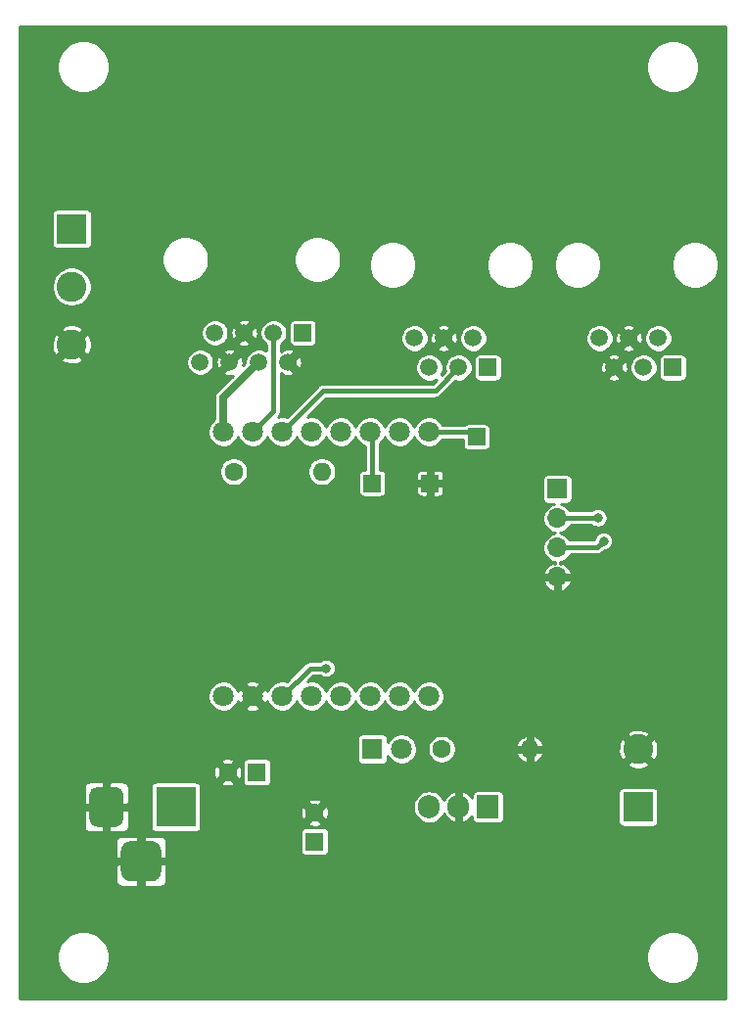
<source format=gbr>
G04 #@! TF.GenerationSoftware,KiCad,Pcbnew,(5.1.10)-1*
G04 #@! TF.CreationDate,2021-07-03T12:02:10-04:00*
G04 #@! TF.ProjectId,Weather_Wemos,57656174-6865-4725-9f57-656d6f732e6b,v1*
G04 #@! TF.SameCoordinates,Original*
G04 #@! TF.FileFunction,Copper,L2,Bot*
G04 #@! TF.FilePolarity,Positive*
%FSLAX46Y46*%
G04 Gerber Fmt 4.6, Leading zero omitted, Abs format (unit mm)*
G04 Created by KiCad (PCBNEW (5.1.10)-1) date 2021-07-03 12:02:10*
%MOMM*%
%LPD*%
G01*
G04 APERTURE LIST*
G04 #@! TA.AperFunction,ComponentPad*
%ADD10R,2.600000X2.600000*%
G04 #@! TD*
G04 #@! TA.AperFunction,ComponentPad*
%ADD11C,2.600000*%
G04 #@! TD*
G04 #@! TA.AperFunction,ComponentPad*
%ADD12O,1.700000X1.700000*%
G04 #@! TD*
G04 #@! TA.AperFunction,ComponentPad*
%ADD13R,1.700000X1.700000*%
G04 #@! TD*
G04 #@! TA.AperFunction,ComponentPad*
%ADD14R,3.500000X3.500000*%
G04 #@! TD*
G04 #@! TA.AperFunction,ComponentPad*
%ADD15O,1.905000X2.000000*%
G04 #@! TD*
G04 #@! TA.AperFunction,ComponentPad*
%ADD16R,1.905000X2.000000*%
G04 #@! TD*
G04 #@! TA.AperFunction,SMDPad,CuDef*
%ADD17R,1.500000X1.500000*%
G04 #@! TD*
G04 #@! TA.AperFunction,ComponentPad*
%ADD18O,1.600000X1.600000*%
G04 #@! TD*
G04 #@! TA.AperFunction,ComponentPad*
%ADD19C,1.600000*%
G04 #@! TD*
G04 #@! TA.AperFunction,ComponentPad*
%ADD20R,1.500000X1.500000*%
G04 #@! TD*
G04 #@! TA.AperFunction,ComponentPad*
%ADD21C,1.500000*%
G04 #@! TD*
G04 #@! TA.AperFunction,ComponentPad*
%ADD22C,1.520000*%
G04 #@! TD*
G04 #@! TA.AperFunction,ComponentPad*
%ADD23R,1.520000X1.520000*%
G04 #@! TD*
G04 #@! TA.AperFunction,ComponentPad*
%ADD24C,1.800000*%
G04 #@! TD*
G04 #@! TA.AperFunction,ComponentPad*
%ADD25R,1.800000X1.800000*%
G04 #@! TD*
G04 #@! TA.AperFunction,ComponentPad*
%ADD26R,1.600000X1.600000*%
G04 #@! TD*
G04 #@! TA.AperFunction,ViaPad*
%ADD27C,0.800000*%
G04 #@! TD*
G04 #@! TA.AperFunction,Conductor*
%ADD28C,0.400000*%
G04 #@! TD*
G04 #@! TA.AperFunction,Conductor*
%ADD29C,0.700000*%
G04 #@! TD*
G04 #@! TA.AperFunction,Conductor*
%ADD30C,0.254000*%
G04 #@! TD*
G04 #@! TA.AperFunction,Conductor*
%ADD31C,0.100000*%
G04 #@! TD*
G04 APERTURE END LIST*
D10*
X124000000Y-77000000D03*
D11*
X124000000Y-82000000D03*
X124000000Y-87000000D03*
D12*
X166000000Y-107120000D03*
X166000000Y-104580000D03*
X166000000Y-102040000D03*
D13*
X166000000Y-99500000D03*
G04 #@! TA.AperFunction,ComponentPad*
G36*
G01*
X128250000Y-132575000D02*
X128250000Y-130825000D01*
G75*
G02*
X129125000Y-129950000I875000J0D01*
G01*
X130875000Y-129950000D01*
G75*
G02*
X131750000Y-130825000I0J-875000D01*
G01*
X131750000Y-132575000D01*
G75*
G02*
X130875000Y-133450000I-875000J0D01*
G01*
X129125000Y-133450000D01*
G75*
G02*
X128250000Y-132575000I0J875000D01*
G01*
G37*
G04 #@! TD.AperFunction*
G04 #@! TA.AperFunction,ComponentPad*
G36*
G01*
X125500000Y-128000000D02*
X125500000Y-126000000D01*
G75*
G02*
X126250000Y-125250000I750000J0D01*
G01*
X127750000Y-125250000D01*
G75*
G02*
X128500000Y-126000000I0J-750000D01*
G01*
X128500000Y-128000000D01*
G75*
G02*
X127750000Y-128750000I-750000J0D01*
G01*
X126250000Y-128750000D01*
G75*
G02*
X125500000Y-128000000I0J750000D01*
G01*
G37*
G04 #@! TD.AperFunction*
D14*
X133000000Y-127000000D03*
D15*
X154920000Y-127000000D03*
X157460000Y-127000000D03*
D16*
X160000000Y-127000000D03*
D17*
X150000000Y-99000000D03*
X159000000Y-95000000D03*
X155000000Y-99000000D03*
D18*
X163620000Y-122000000D03*
D19*
X156000000Y-122000000D03*
D18*
X145620000Y-98000000D03*
D19*
X138000000Y-98000000D03*
D20*
X144000000Y-86000000D03*
D21*
X142730000Y-88540000D03*
X141460000Y-86000000D03*
X140190000Y-88540000D03*
X138920000Y-86000000D03*
X137650000Y-88540000D03*
X136380000Y-86000000D03*
X135110000Y-88540000D03*
D22*
X153650000Y-86460000D03*
X154920000Y-89000000D03*
X156190000Y-86460000D03*
X157460000Y-89000000D03*
X158730000Y-86460000D03*
D23*
X160000000Y-89000000D03*
D22*
X169650000Y-86460000D03*
X170920000Y-89000000D03*
X172190000Y-86460000D03*
X173460000Y-89000000D03*
X174730000Y-86460000D03*
D23*
X176000000Y-89000000D03*
D24*
X152540000Y-122000000D03*
D25*
X150000000Y-122000000D03*
D19*
X137500000Y-124000000D03*
D26*
X140000000Y-124000000D03*
D19*
X145000000Y-127500000D03*
D26*
X145000000Y-130000000D03*
D24*
X137110000Y-94570000D03*
X137110000Y-117430000D03*
X139650000Y-94570000D03*
X139650000Y-117430000D03*
X142190000Y-94570000D03*
X142190000Y-117430000D03*
X144730000Y-94570000D03*
X144730000Y-117430000D03*
X147270000Y-94570000D03*
X147270000Y-117430000D03*
X149810000Y-94570000D03*
X149810000Y-117430000D03*
X152350000Y-94570000D03*
X152350000Y-117430000D03*
X154890000Y-94570000D03*
X154890000Y-117430000D03*
D11*
X173000000Y-122000000D03*
D10*
X173000000Y-127000000D03*
D27*
X169500000Y-102000000D03*
X146000000Y-115000000D03*
X170000000Y-104000000D03*
D28*
X166040000Y-102000000D02*
X166000000Y-102040000D01*
X169500000Y-102000000D02*
X166040000Y-102000000D01*
D29*
X137110000Y-91620000D02*
X140190000Y-88540000D01*
X137110000Y-94570000D02*
X137110000Y-91620000D01*
D28*
X144620000Y-115000000D02*
X142190000Y-117430000D01*
X146000000Y-115000000D02*
X144620000Y-115000000D01*
X169460000Y-104540000D02*
X166000000Y-104540000D01*
X170000000Y-104000000D02*
X169460000Y-104540000D01*
X158570000Y-94570000D02*
X159000000Y-95000000D01*
X154890000Y-94570000D02*
X158570000Y-94570000D01*
X150000000Y-94760000D02*
X149810000Y-94570000D01*
X150000000Y-99000000D02*
X150000000Y-94760000D01*
X142190000Y-94570000D02*
X145760000Y-91000000D01*
X155460000Y-91000000D02*
X157460000Y-89000000D01*
X145760000Y-91000000D02*
X155460000Y-91000000D01*
X141460000Y-92760000D02*
X139650000Y-94570000D01*
X141460000Y-86000000D02*
X141460000Y-92760000D01*
D30*
X180540000Y-143540000D02*
X119460000Y-143540000D01*
X119460000Y-139774947D01*
X122715000Y-139774947D01*
X122715000Y-140225053D01*
X122802811Y-140666510D01*
X122975059Y-141082353D01*
X123225125Y-141456603D01*
X123543397Y-141774875D01*
X123917647Y-142024941D01*
X124333490Y-142197189D01*
X124774947Y-142285000D01*
X125225053Y-142285000D01*
X125666510Y-142197189D01*
X126082353Y-142024941D01*
X126456603Y-141774875D01*
X126774875Y-141456603D01*
X127024941Y-141082353D01*
X127197189Y-140666510D01*
X127285000Y-140225053D01*
X127285000Y-139774947D01*
X173715000Y-139774947D01*
X173715000Y-140225053D01*
X173802811Y-140666510D01*
X173975059Y-141082353D01*
X174225125Y-141456603D01*
X174543397Y-141774875D01*
X174917647Y-142024941D01*
X175333490Y-142197189D01*
X175774947Y-142285000D01*
X176225053Y-142285000D01*
X176666510Y-142197189D01*
X177082353Y-142024941D01*
X177456603Y-141774875D01*
X177774875Y-141456603D01*
X178024941Y-141082353D01*
X178197189Y-140666510D01*
X178285000Y-140225053D01*
X178285000Y-139774947D01*
X178197189Y-139333490D01*
X178024941Y-138917647D01*
X177774875Y-138543397D01*
X177456603Y-138225125D01*
X177082353Y-137975059D01*
X176666510Y-137802811D01*
X176225053Y-137715000D01*
X175774947Y-137715000D01*
X175333490Y-137802811D01*
X174917647Y-137975059D01*
X174543397Y-138225125D01*
X174225125Y-138543397D01*
X173975059Y-138917647D01*
X173802811Y-139333490D01*
X173715000Y-139774947D01*
X127285000Y-139774947D01*
X127197189Y-139333490D01*
X127024941Y-138917647D01*
X126774875Y-138543397D01*
X126456603Y-138225125D01*
X126082353Y-137975059D01*
X125666510Y-137802811D01*
X125225053Y-137715000D01*
X124774947Y-137715000D01*
X124333490Y-137802811D01*
X123917647Y-137975059D01*
X123543397Y-138225125D01*
X123225125Y-138543397D01*
X122975059Y-138917647D01*
X122802811Y-139333490D01*
X122715000Y-139774947D01*
X119460000Y-139774947D01*
X119460000Y-133450000D01*
X127812895Y-133450000D01*
X127821294Y-133535275D01*
X127846168Y-133617273D01*
X127886560Y-133692843D01*
X127940920Y-133759080D01*
X128007157Y-133813440D01*
X128082727Y-133853832D01*
X128164725Y-133878706D01*
X128250000Y-133887105D01*
X129664250Y-133885000D01*
X129773000Y-133776250D01*
X129773000Y-131927000D01*
X130227000Y-131927000D01*
X130227000Y-133776250D01*
X130335750Y-133885000D01*
X131750000Y-133887105D01*
X131835275Y-133878706D01*
X131917273Y-133853832D01*
X131992843Y-133813440D01*
X132059080Y-133759080D01*
X132113440Y-133692843D01*
X132153832Y-133617273D01*
X132178706Y-133535275D01*
X132187105Y-133450000D01*
X132185000Y-132035750D01*
X132076250Y-131927000D01*
X130227000Y-131927000D01*
X129773000Y-131927000D01*
X127923750Y-131927000D01*
X127815000Y-132035750D01*
X127812895Y-133450000D01*
X119460000Y-133450000D01*
X119460000Y-129950000D01*
X127812895Y-129950000D01*
X127815000Y-131364250D01*
X127923750Y-131473000D01*
X129773000Y-131473000D01*
X129773000Y-129623750D01*
X130227000Y-129623750D01*
X130227000Y-131473000D01*
X132076250Y-131473000D01*
X132185000Y-131364250D01*
X132187105Y-129950000D01*
X132178706Y-129864725D01*
X132153832Y-129782727D01*
X132113440Y-129707157D01*
X132059080Y-129640920D01*
X131992843Y-129586560D01*
X131917273Y-129546168D01*
X131835275Y-129521294D01*
X131750000Y-129512895D01*
X130335750Y-129515000D01*
X130227000Y-129623750D01*
X129773000Y-129623750D01*
X129664250Y-129515000D01*
X128250000Y-129512895D01*
X128164725Y-129521294D01*
X128082727Y-129546168D01*
X128007157Y-129586560D01*
X127940920Y-129640920D01*
X127886560Y-129707157D01*
X127846168Y-129782727D01*
X127821294Y-129864725D01*
X127812895Y-129950000D01*
X119460000Y-129950000D01*
X119460000Y-129200000D01*
X143762896Y-129200000D01*
X143762896Y-130800000D01*
X143771295Y-130885275D01*
X143796169Y-130967272D01*
X143836561Y-131042842D01*
X143890921Y-131109079D01*
X143957158Y-131163439D01*
X144032728Y-131203831D01*
X144114725Y-131228705D01*
X144200000Y-131237104D01*
X145800000Y-131237104D01*
X145885275Y-131228705D01*
X145967272Y-131203831D01*
X146042842Y-131163439D01*
X146109079Y-131109079D01*
X146163439Y-131042842D01*
X146203831Y-130967272D01*
X146228705Y-130885275D01*
X146237104Y-130800000D01*
X146237104Y-129200000D01*
X146228705Y-129114725D01*
X146203831Y-129032728D01*
X146163439Y-128957158D01*
X146109079Y-128890921D01*
X146042842Y-128836561D01*
X145967272Y-128796169D01*
X145885275Y-128771295D01*
X145800000Y-128762896D01*
X144200000Y-128762896D01*
X144114725Y-128771295D01*
X144032728Y-128796169D01*
X143957158Y-128836561D01*
X143890921Y-128890921D01*
X143836561Y-128957158D01*
X143796169Y-129032728D01*
X143771295Y-129114725D01*
X143762896Y-129200000D01*
X119460000Y-129200000D01*
X119460000Y-128750000D01*
X125062895Y-128750000D01*
X125071294Y-128835275D01*
X125096168Y-128917273D01*
X125136560Y-128992843D01*
X125190920Y-129059080D01*
X125257157Y-129113440D01*
X125332727Y-129153832D01*
X125414725Y-129178706D01*
X125500000Y-129187105D01*
X126664250Y-129185000D01*
X126773000Y-129076250D01*
X126773000Y-127227000D01*
X127227000Y-127227000D01*
X127227000Y-129076250D01*
X127335750Y-129185000D01*
X128500000Y-129187105D01*
X128585275Y-129178706D01*
X128667273Y-129153832D01*
X128742843Y-129113440D01*
X128809080Y-129059080D01*
X128863440Y-128992843D01*
X128903832Y-128917273D01*
X128928706Y-128835275D01*
X128937105Y-128750000D01*
X128935000Y-127335750D01*
X128826250Y-127227000D01*
X127227000Y-127227000D01*
X126773000Y-127227000D01*
X125173750Y-127227000D01*
X125065000Y-127335750D01*
X125062895Y-128750000D01*
X119460000Y-128750000D01*
X119460000Y-125250000D01*
X125062895Y-125250000D01*
X125065000Y-126664250D01*
X125173750Y-126773000D01*
X126773000Y-126773000D01*
X126773000Y-124923750D01*
X127227000Y-124923750D01*
X127227000Y-126773000D01*
X128826250Y-126773000D01*
X128935000Y-126664250D01*
X128937105Y-125250000D01*
X130812896Y-125250000D01*
X130812896Y-128750000D01*
X130821295Y-128835275D01*
X130846169Y-128917272D01*
X130886561Y-128992842D01*
X130940921Y-129059079D01*
X131007158Y-129113439D01*
X131082728Y-129153831D01*
X131164725Y-129178705D01*
X131250000Y-129187104D01*
X134750000Y-129187104D01*
X134835275Y-129178705D01*
X134917272Y-129153831D01*
X134992842Y-129113439D01*
X135059079Y-129059079D01*
X135113439Y-128992842D01*
X135153831Y-128917272D01*
X135178705Y-128835275D01*
X135187104Y-128750000D01*
X135187104Y-128444862D01*
X144376164Y-128444862D01*
X144466526Y-128620459D01*
X144695367Y-128703005D01*
X144935915Y-128739321D01*
X145178926Y-128728010D01*
X145415061Y-128669507D01*
X145533474Y-128620459D01*
X145623836Y-128444862D01*
X145000000Y-127821026D01*
X144376164Y-128444862D01*
X135187104Y-128444862D01*
X135187104Y-127435915D01*
X143760679Y-127435915D01*
X143771990Y-127678926D01*
X143830493Y-127915061D01*
X143879541Y-128033474D01*
X144055138Y-128123836D01*
X144678974Y-127500000D01*
X145321026Y-127500000D01*
X145944862Y-128123836D01*
X146120459Y-128033474D01*
X146203005Y-127804633D01*
X146239321Y-127564085D01*
X146228010Y-127321074D01*
X146169507Y-127084939D01*
X146120459Y-126966526D01*
X145960753Y-126884341D01*
X153532500Y-126884341D01*
X153532500Y-127115658D01*
X153552576Y-127319496D01*
X153631915Y-127581041D01*
X153760754Y-127822082D01*
X153934143Y-128033356D01*
X154145417Y-128206746D01*
X154386458Y-128335585D01*
X154648003Y-128414924D01*
X154920000Y-128441713D01*
X155191996Y-128414924D01*
X155453541Y-128335585D01*
X155694582Y-128206746D01*
X155905856Y-128033357D01*
X156079246Y-127822083D01*
X156197588Y-127600681D01*
X156234231Y-127691036D01*
X156383331Y-127917806D01*
X156573807Y-128111131D01*
X156798339Y-128263581D01*
X157021666Y-128363942D01*
X157233000Y-128305941D01*
X157233000Y-127227000D01*
X157213000Y-127227000D01*
X157213000Y-126773000D01*
X157233000Y-126773000D01*
X157233000Y-125694059D01*
X157687000Y-125694059D01*
X157687000Y-126773000D01*
X157707000Y-126773000D01*
X157707000Y-127227000D01*
X157687000Y-127227000D01*
X157687000Y-128305941D01*
X157898334Y-128363942D01*
X158121661Y-128263581D01*
X158346193Y-128111131D01*
X158536669Y-127917806D01*
X158610396Y-127805673D01*
X158610396Y-128000000D01*
X158618795Y-128085275D01*
X158643669Y-128167272D01*
X158684061Y-128242842D01*
X158738421Y-128309079D01*
X158804658Y-128363439D01*
X158880228Y-128403831D01*
X158962225Y-128428705D01*
X159047500Y-128437104D01*
X160952500Y-128437104D01*
X161037775Y-128428705D01*
X161119772Y-128403831D01*
X161195342Y-128363439D01*
X161261579Y-128309079D01*
X161315939Y-128242842D01*
X161356331Y-128167272D01*
X161381205Y-128085275D01*
X161389604Y-128000000D01*
X161389604Y-126000000D01*
X161381205Y-125914725D01*
X161356331Y-125832728D01*
X161315939Y-125757158D01*
X161269031Y-125700000D01*
X171262896Y-125700000D01*
X171262896Y-128300000D01*
X171271295Y-128385275D01*
X171296169Y-128467272D01*
X171336561Y-128542842D01*
X171390921Y-128609079D01*
X171457158Y-128663439D01*
X171532728Y-128703831D01*
X171614725Y-128728705D01*
X171700000Y-128737104D01*
X174300000Y-128737104D01*
X174385275Y-128728705D01*
X174467272Y-128703831D01*
X174542842Y-128663439D01*
X174609079Y-128609079D01*
X174663439Y-128542842D01*
X174703831Y-128467272D01*
X174728705Y-128385275D01*
X174737104Y-128300000D01*
X174737104Y-125700000D01*
X174728705Y-125614725D01*
X174703831Y-125532728D01*
X174663439Y-125457158D01*
X174609079Y-125390921D01*
X174542842Y-125336561D01*
X174467272Y-125296169D01*
X174385275Y-125271295D01*
X174300000Y-125262896D01*
X171700000Y-125262896D01*
X171614725Y-125271295D01*
X171532728Y-125296169D01*
X171457158Y-125336561D01*
X171390921Y-125390921D01*
X171336561Y-125457158D01*
X171296169Y-125532728D01*
X171271295Y-125614725D01*
X171262896Y-125700000D01*
X161269031Y-125700000D01*
X161261579Y-125690921D01*
X161195342Y-125636561D01*
X161119772Y-125596169D01*
X161037775Y-125571295D01*
X160952500Y-125562896D01*
X159047500Y-125562896D01*
X158962225Y-125571295D01*
X158880228Y-125596169D01*
X158804658Y-125636561D01*
X158738421Y-125690921D01*
X158684061Y-125757158D01*
X158643669Y-125832728D01*
X158618795Y-125914725D01*
X158610396Y-126000000D01*
X158610396Y-126194327D01*
X158536669Y-126082194D01*
X158346193Y-125888869D01*
X158121661Y-125736419D01*
X157898334Y-125636058D01*
X157687000Y-125694059D01*
X157233000Y-125694059D01*
X157021666Y-125636058D01*
X156798339Y-125736419D01*
X156573807Y-125888869D01*
X156383331Y-126082194D01*
X156234231Y-126308964D01*
X156197588Y-126399320D01*
X156079246Y-126177918D01*
X155905857Y-125966643D01*
X155694583Y-125793254D01*
X155453542Y-125664415D01*
X155191997Y-125585076D01*
X154920000Y-125558287D01*
X154648004Y-125585076D01*
X154386459Y-125664415D01*
X154145418Y-125793254D01*
X153934144Y-125966643D01*
X153760754Y-126177917D01*
X153631915Y-126418958D01*
X153552576Y-126680503D01*
X153532500Y-126884341D01*
X145960753Y-126884341D01*
X145944862Y-126876164D01*
X145321026Y-127500000D01*
X144678974Y-127500000D01*
X144055138Y-126876164D01*
X143879541Y-126966526D01*
X143796995Y-127195367D01*
X143760679Y-127435915D01*
X135187104Y-127435915D01*
X135187104Y-126555138D01*
X144376164Y-126555138D01*
X145000000Y-127178974D01*
X145623836Y-126555138D01*
X145533474Y-126379541D01*
X145304633Y-126296995D01*
X145064085Y-126260679D01*
X144821074Y-126271990D01*
X144584939Y-126330493D01*
X144466526Y-126379541D01*
X144376164Y-126555138D01*
X135187104Y-126555138D01*
X135187104Y-125250000D01*
X135178705Y-125164725D01*
X135153831Y-125082728D01*
X135113439Y-125007158D01*
X135062314Y-124944862D01*
X136876164Y-124944862D01*
X136966526Y-125120459D01*
X137195367Y-125203005D01*
X137435915Y-125239321D01*
X137678926Y-125228010D01*
X137915061Y-125169507D01*
X138033474Y-125120459D01*
X138123836Y-124944862D01*
X137500000Y-124321026D01*
X136876164Y-124944862D01*
X135062314Y-124944862D01*
X135059079Y-124940921D01*
X134992842Y-124886561D01*
X134917272Y-124846169D01*
X134835275Y-124821295D01*
X134750000Y-124812896D01*
X131250000Y-124812896D01*
X131164725Y-124821295D01*
X131082728Y-124846169D01*
X131007158Y-124886561D01*
X130940921Y-124940921D01*
X130886561Y-125007158D01*
X130846169Y-125082728D01*
X130821295Y-125164725D01*
X130812896Y-125250000D01*
X128937105Y-125250000D01*
X128928706Y-125164725D01*
X128903832Y-125082727D01*
X128863440Y-125007157D01*
X128809080Y-124940920D01*
X128742843Y-124886560D01*
X128667273Y-124846168D01*
X128585275Y-124821294D01*
X128500000Y-124812895D01*
X127335750Y-124815000D01*
X127227000Y-124923750D01*
X126773000Y-124923750D01*
X126664250Y-124815000D01*
X125500000Y-124812895D01*
X125414725Y-124821294D01*
X125332727Y-124846168D01*
X125257157Y-124886560D01*
X125190920Y-124940920D01*
X125136560Y-125007157D01*
X125096168Y-125082727D01*
X125071294Y-125164725D01*
X125062895Y-125250000D01*
X119460000Y-125250000D01*
X119460000Y-123935915D01*
X136260679Y-123935915D01*
X136271990Y-124178926D01*
X136330493Y-124415061D01*
X136379541Y-124533474D01*
X136555138Y-124623836D01*
X137178974Y-124000000D01*
X137821026Y-124000000D01*
X138444862Y-124623836D01*
X138620459Y-124533474D01*
X138703005Y-124304633D01*
X138739321Y-124064085D01*
X138728010Y-123821074D01*
X138669507Y-123584939D01*
X138620459Y-123466526D01*
X138444862Y-123376164D01*
X137821026Y-124000000D01*
X137178974Y-124000000D01*
X136555138Y-123376164D01*
X136379541Y-123466526D01*
X136296995Y-123695367D01*
X136260679Y-123935915D01*
X119460000Y-123935915D01*
X119460000Y-123055138D01*
X136876164Y-123055138D01*
X137500000Y-123678974D01*
X137978974Y-123200000D01*
X138762896Y-123200000D01*
X138762896Y-124800000D01*
X138771295Y-124885275D01*
X138796169Y-124967272D01*
X138836561Y-125042842D01*
X138890921Y-125109079D01*
X138957158Y-125163439D01*
X139032728Y-125203831D01*
X139114725Y-125228705D01*
X139200000Y-125237104D01*
X140800000Y-125237104D01*
X140885275Y-125228705D01*
X140967272Y-125203831D01*
X141042842Y-125163439D01*
X141109079Y-125109079D01*
X141163439Y-125042842D01*
X141203831Y-124967272D01*
X141228705Y-124885275D01*
X141237104Y-124800000D01*
X141237104Y-123200000D01*
X141228705Y-123114725D01*
X141203831Y-123032728D01*
X141163439Y-122957158D01*
X141109079Y-122890921D01*
X141042842Y-122836561D01*
X140967272Y-122796169D01*
X140885275Y-122771295D01*
X140800000Y-122762896D01*
X139200000Y-122762896D01*
X139114725Y-122771295D01*
X139032728Y-122796169D01*
X138957158Y-122836561D01*
X138890921Y-122890921D01*
X138836561Y-122957158D01*
X138796169Y-123032728D01*
X138771295Y-123114725D01*
X138762896Y-123200000D01*
X137978974Y-123200000D01*
X138123836Y-123055138D01*
X138033474Y-122879541D01*
X137804633Y-122796995D01*
X137564085Y-122760679D01*
X137321074Y-122771990D01*
X137084939Y-122830493D01*
X136966526Y-122879541D01*
X136876164Y-123055138D01*
X119460000Y-123055138D01*
X119460000Y-121100000D01*
X148662896Y-121100000D01*
X148662896Y-122900000D01*
X148671295Y-122985275D01*
X148696169Y-123067272D01*
X148736561Y-123142842D01*
X148790921Y-123209079D01*
X148857158Y-123263439D01*
X148932728Y-123303831D01*
X149014725Y-123328705D01*
X149100000Y-123337104D01*
X150900000Y-123337104D01*
X150985275Y-123328705D01*
X151067272Y-123303831D01*
X151142842Y-123263439D01*
X151209079Y-123209079D01*
X151263439Y-123142842D01*
X151303831Y-123067272D01*
X151328705Y-122985275D01*
X151337104Y-122900000D01*
X151337104Y-122584473D01*
X151356939Y-122632359D01*
X151503038Y-122851013D01*
X151688987Y-123036962D01*
X151907641Y-123183061D01*
X152150595Y-123283696D01*
X152408514Y-123335000D01*
X152671486Y-123335000D01*
X152821384Y-123305183D01*
X172015844Y-123305183D01*
X172167629Y-123531856D01*
X172482473Y-123664810D01*
X172817207Y-123733786D01*
X173158963Y-123736132D01*
X173494612Y-123671761D01*
X173811252Y-123543145D01*
X173832371Y-123531856D01*
X173984156Y-123305183D01*
X173000000Y-122321026D01*
X172015844Y-123305183D01*
X152821384Y-123305183D01*
X152929405Y-123283696D01*
X153172359Y-123183061D01*
X153391013Y-123036962D01*
X153576962Y-122851013D01*
X153723061Y-122632359D01*
X153823696Y-122389405D01*
X153875000Y-122131486D01*
X153875000Y-121878363D01*
X154765000Y-121878363D01*
X154765000Y-122121637D01*
X154812460Y-122360236D01*
X154905557Y-122584992D01*
X155040713Y-122787267D01*
X155212733Y-122959287D01*
X155415008Y-123094443D01*
X155639764Y-123187540D01*
X155878363Y-123235000D01*
X156121637Y-123235000D01*
X156360236Y-123187540D01*
X156584992Y-123094443D01*
X156787267Y-122959287D01*
X156959287Y-122787267D01*
X157094443Y-122584992D01*
X157165224Y-122414110D01*
X162456497Y-122414110D01*
X162504451Y-122529906D01*
X162629266Y-122737357D01*
X162792154Y-122916471D01*
X162986855Y-123060366D01*
X163205888Y-123163512D01*
X163393000Y-123105219D01*
X163393000Y-122227000D01*
X163847000Y-122227000D01*
X163847000Y-123105219D01*
X164034112Y-123163512D01*
X164253145Y-123060366D01*
X164447846Y-122916471D01*
X164610734Y-122737357D01*
X164735549Y-122529906D01*
X164783503Y-122414110D01*
X164723136Y-122227000D01*
X163847000Y-122227000D01*
X163393000Y-122227000D01*
X162516864Y-122227000D01*
X162456497Y-122414110D01*
X157165224Y-122414110D01*
X157187540Y-122360236D01*
X157227575Y-122158963D01*
X171263868Y-122158963D01*
X171328239Y-122494612D01*
X171456855Y-122811252D01*
X171468144Y-122832371D01*
X171694817Y-122984156D01*
X172678974Y-122000000D01*
X173321026Y-122000000D01*
X174305183Y-122984156D01*
X174531856Y-122832371D01*
X174664810Y-122517527D01*
X174733786Y-122182793D01*
X174736132Y-121841037D01*
X174671761Y-121505388D01*
X174543145Y-121188748D01*
X174531856Y-121167629D01*
X174305183Y-121015844D01*
X173321026Y-122000000D01*
X172678974Y-122000000D01*
X171694817Y-121015844D01*
X171468144Y-121167629D01*
X171335190Y-121482473D01*
X171266214Y-121817207D01*
X171263868Y-122158963D01*
X157227575Y-122158963D01*
X157235000Y-122121637D01*
X157235000Y-121878363D01*
X157187540Y-121639764D01*
X157165225Y-121585890D01*
X162456497Y-121585890D01*
X162516864Y-121773000D01*
X163393000Y-121773000D01*
X163393000Y-120894781D01*
X163847000Y-120894781D01*
X163847000Y-121773000D01*
X164723136Y-121773000D01*
X164783503Y-121585890D01*
X164735549Y-121470094D01*
X164610734Y-121262643D01*
X164447846Y-121083529D01*
X164253145Y-120939634D01*
X164034112Y-120836488D01*
X163847000Y-120894781D01*
X163393000Y-120894781D01*
X163205888Y-120836488D01*
X162986855Y-120939634D01*
X162792154Y-121083529D01*
X162629266Y-121262643D01*
X162504451Y-121470094D01*
X162456497Y-121585890D01*
X157165225Y-121585890D01*
X157094443Y-121415008D01*
X156959287Y-121212733D01*
X156787267Y-121040713D01*
X156584992Y-120905557D01*
X156360236Y-120812460D01*
X156121637Y-120765000D01*
X155878363Y-120765000D01*
X155639764Y-120812460D01*
X155415008Y-120905557D01*
X155212733Y-121040713D01*
X155040713Y-121212733D01*
X154905557Y-121415008D01*
X154812460Y-121639764D01*
X154765000Y-121878363D01*
X153875000Y-121878363D01*
X153875000Y-121868514D01*
X153823696Y-121610595D01*
X153723061Y-121367641D01*
X153576962Y-121148987D01*
X153391013Y-120963038D01*
X153172359Y-120816939D01*
X152929405Y-120716304D01*
X152821385Y-120694817D01*
X172015844Y-120694817D01*
X173000000Y-121678974D01*
X173984156Y-120694817D01*
X173832371Y-120468144D01*
X173517527Y-120335190D01*
X173182793Y-120266214D01*
X172841037Y-120263868D01*
X172505388Y-120328239D01*
X172188748Y-120456855D01*
X172167629Y-120468144D01*
X172015844Y-120694817D01*
X152821385Y-120694817D01*
X152671486Y-120665000D01*
X152408514Y-120665000D01*
X152150595Y-120716304D01*
X151907641Y-120816939D01*
X151688987Y-120963038D01*
X151503038Y-121148987D01*
X151356939Y-121367641D01*
X151337104Y-121415527D01*
X151337104Y-121100000D01*
X151328705Y-121014725D01*
X151303831Y-120932728D01*
X151263439Y-120857158D01*
X151209079Y-120790921D01*
X151142842Y-120736561D01*
X151067272Y-120696169D01*
X150985275Y-120671295D01*
X150900000Y-120662896D01*
X149100000Y-120662896D01*
X149014725Y-120671295D01*
X148932728Y-120696169D01*
X148857158Y-120736561D01*
X148790921Y-120790921D01*
X148736561Y-120857158D01*
X148696169Y-120932728D01*
X148671295Y-121014725D01*
X148662896Y-121100000D01*
X119460000Y-121100000D01*
X119460000Y-117298514D01*
X135775000Y-117298514D01*
X135775000Y-117561486D01*
X135826304Y-117819405D01*
X135926939Y-118062359D01*
X136073038Y-118281013D01*
X136258987Y-118466962D01*
X136477641Y-118613061D01*
X136720595Y-118713696D01*
X136978514Y-118765000D01*
X137241486Y-118765000D01*
X137499405Y-118713696D01*
X137742359Y-118613061D01*
X137961013Y-118466962D01*
X137980711Y-118447264D01*
X138953763Y-118447264D01*
X139056528Y-118633039D01*
X139302633Y-118725703D01*
X139562087Y-118768574D01*
X139824919Y-118760005D01*
X140081030Y-118700324D01*
X140243472Y-118633039D01*
X140346237Y-118447264D01*
X139650000Y-117751026D01*
X138953763Y-118447264D01*
X137980711Y-118447264D01*
X138146962Y-118281013D01*
X138293061Y-118062359D01*
X138378516Y-117856052D01*
X138379676Y-117861030D01*
X138446961Y-118023472D01*
X138632736Y-118126237D01*
X139328974Y-117430000D01*
X139971026Y-117430000D01*
X140667264Y-118126237D01*
X140853039Y-118023472D01*
X140918651Y-117849214D01*
X141006939Y-118062359D01*
X141153038Y-118281013D01*
X141338987Y-118466962D01*
X141557641Y-118613061D01*
X141800595Y-118713696D01*
X142058514Y-118765000D01*
X142321486Y-118765000D01*
X142579405Y-118713696D01*
X142822359Y-118613061D01*
X143041013Y-118466962D01*
X143226962Y-118281013D01*
X143373061Y-118062359D01*
X143460000Y-117852470D01*
X143546939Y-118062359D01*
X143693038Y-118281013D01*
X143878987Y-118466962D01*
X144097641Y-118613061D01*
X144340595Y-118713696D01*
X144598514Y-118765000D01*
X144861486Y-118765000D01*
X145119405Y-118713696D01*
X145362359Y-118613061D01*
X145581013Y-118466962D01*
X145766962Y-118281013D01*
X145913061Y-118062359D01*
X146000000Y-117852470D01*
X146086939Y-118062359D01*
X146233038Y-118281013D01*
X146418987Y-118466962D01*
X146637641Y-118613061D01*
X146880595Y-118713696D01*
X147138514Y-118765000D01*
X147401486Y-118765000D01*
X147659405Y-118713696D01*
X147902359Y-118613061D01*
X148121013Y-118466962D01*
X148306962Y-118281013D01*
X148453061Y-118062359D01*
X148540000Y-117852470D01*
X148626939Y-118062359D01*
X148773038Y-118281013D01*
X148958987Y-118466962D01*
X149177641Y-118613061D01*
X149420595Y-118713696D01*
X149678514Y-118765000D01*
X149941486Y-118765000D01*
X150199405Y-118713696D01*
X150442359Y-118613061D01*
X150661013Y-118466962D01*
X150846962Y-118281013D01*
X150993061Y-118062359D01*
X151080000Y-117852470D01*
X151166939Y-118062359D01*
X151313038Y-118281013D01*
X151498987Y-118466962D01*
X151717641Y-118613061D01*
X151960595Y-118713696D01*
X152218514Y-118765000D01*
X152481486Y-118765000D01*
X152739405Y-118713696D01*
X152982359Y-118613061D01*
X153201013Y-118466962D01*
X153386962Y-118281013D01*
X153533061Y-118062359D01*
X153620000Y-117852470D01*
X153706939Y-118062359D01*
X153853038Y-118281013D01*
X154038987Y-118466962D01*
X154257641Y-118613061D01*
X154500595Y-118713696D01*
X154758514Y-118765000D01*
X155021486Y-118765000D01*
X155279405Y-118713696D01*
X155522359Y-118613061D01*
X155741013Y-118466962D01*
X155926962Y-118281013D01*
X156073061Y-118062359D01*
X156173696Y-117819405D01*
X156225000Y-117561486D01*
X156225000Y-117298514D01*
X156173696Y-117040595D01*
X156073061Y-116797641D01*
X155926962Y-116578987D01*
X155741013Y-116393038D01*
X155522359Y-116246939D01*
X155279405Y-116146304D01*
X155021486Y-116095000D01*
X154758514Y-116095000D01*
X154500595Y-116146304D01*
X154257641Y-116246939D01*
X154038987Y-116393038D01*
X153853038Y-116578987D01*
X153706939Y-116797641D01*
X153620000Y-117007530D01*
X153533061Y-116797641D01*
X153386962Y-116578987D01*
X153201013Y-116393038D01*
X152982359Y-116246939D01*
X152739405Y-116146304D01*
X152481486Y-116095000D01*
X152218514Y-116095000D01*
X151960595Y-116146304D01*
X151717641Y-116246939D01*
X151498987Y-116393038D01*
X151313038Y-116578987D01*
X151166939Y-116797641D01*
X151080000Y-117007530D01*
X150993061Y-116797641D01*
X150846962Y-116578987D01*
X150661013Y-116393038D01*
X150442359Y-116246939D01*
X150199405Y-116146304D01*
X149941486Y-116095000D01*
X149678514Y-116095000D01*
X149420595Y-116146304D01*
X149177641Y-116246939D01*
X148958987Y-116393038D01*
X148773038Y-116578987D01*
X148626939Y-116797641D01*
X148540000Y-117007530D01*
X148453061Y-116797641D01*
X148306962Y-116578987D01*
X148121013Y-116393038D01*
X147902359Y-116246939D01*
X147659405Y-116146304D01*
X147401486Y-116095000D01*
X147138514Y-116095000D01*
X146880595Y-116146304D01*
X146637641Y-116246939D01*
X146418987Y-116393038D01*
X146233038Y-116578987D01*
X146086939Y-116797641D01*
X146000000Y-117007530D01*
X145913061Y-116797641D01*
X145766962Y-116578987D01*
X145581013Y-116393038D01*
X145362359Y-116246939D01*
X145119405Y-116146304D01*
X144861486Y-116095000D01*
X144598514Y-116095000D01*
X144379449Y-116138575D01*
X144883025Y-115635000D01*
X145454132Y-115635000D01*
X145467719Y-115648587D01*
X145604479Y-115739967D01*
X145756440Y-115802911D01*
X145917760Y-115835000D01*
X146082240Y-115835000D01*
X146243560Y-115802911D01*
X146395521Y-115739967D01*
X146532281Y-115648587D01*
X146648587Y-115532281D01*
X146739967Y-115395521D01*
X146802911Y-115243560D01*
X146835000Y-115082240D01*
X146835000Y-114917760D01*
X146802911Y-114756440D01*
X146739967Y-114604479D01*
X146648587Y-114467719D01*
X146532281Y-114351413D01*
X146395521Y-114260033D01*
X146243560Y-114197089D01*
X146082240Y-114165000D01*
X145917760Y-114165000D01*
X145756440Y-114197089D01*
X145604479Y-114260033D01*
X145467719Y-114351413D01*
X145454132Y-114365000D01*
X144651181Y-114365000D01*
X144620000Y-114361929D01*
X144588819Y-114365000D01*
X144588808Y-114365000D01*
X144495518Y-114374188D01*
X144375820Y-114410498D01*
X144265506Y-114469462D01*
X144211524Y-114513765D01*
X144168815Y-114548815D01*
X144148930Y-114573045D01*
X142576291Y-116145685D01*
X142321486Y-116095000D01*
X142058514Y-116095000D01*
X141800595Y-116146304D01*
X141557641Y-116246939D01*
X141338987Y-116393038D01*
X141153038Y-116578987D01*
X141006939Y-116797641D01*
X140921484Y-117003948D01*
X140920324Y-116998970D01*
X140853039Y-116836528D01*
X140667264Y-116733763D01*
X139971026Y-117430000D01*
X139328974Y-117430000D01*
X138632736Y-116733763D01*
X138446961Y-116836528D01*
X138381349Y-117010786D01*
X138293061Y-116797641D01*
X138146962Y-116578987D01*
X137980711Y-116412736D01*
X138953763Y-116412736D01*
X139650000Y-117108974D01*
X140346237Y-116412736D01*
X140243472Y-116226961D01*
X139997367Y-116134297D01*
X139737913Y-116091426D01*
X139475081Y-116099995D01*
X139218970Y-116159676D01*
X139056528Y-116226961D01*
X138953763Y-116412736D01*
X137980711Y-116412736D01*
X137961013Y-116393038D01*
X137742359Y-116246939D01*
X137499405Y-116146304D01*
X137241486Y-116095000D01*
X136978514Y-116095000D01*
X136720595Y-116146304D01*
X136477641Y-116246939D01*
X136258987Y-116393038D01*
X136073038Y-116578987D01*
X135926939Y-116797641D01*
X135826304Y-117040595D01*
X135775000Y-117298514D01*
X119460000Y-117298514D01*
X119460000Y-107542062D01*
X164786291Y-107542062D01*
X164843327Y-107679784D01*
X164974761Y-107894684D01*
X165145594Y-108079813D01*
X165349261Y-108228057D01*
X165577936Y-108333719D01*
X165773000Y-108276051D01*
X165773000Y-107347000D01*
X166227000Y-107347000D01*
X166227000Y-108276051D01*
X166422064Y-108333719D01*
X166650739Y-108228057D01*
X166854406Y-108079813D01*
X167025239Y-107894684D01*
X167156673Y-107679784D01*
X167213709Y-107542062D01*
X167154138Y-107347000D01*
X166227000Y-107347000D01*
X165773000Y-107347000D01*
X164845862Y-107347000D01*
X164786291Y-107542062D01*
X119460000Y-107542062D01*
X119460000Y-97878363D01*
X136765000Y-97878363D01*
X136765000Y-98121637D01*
X136812460Y-98360236D01*
X136905557Y-98584992D01*
X137040713Y-98787267D01*
X137212733Y-98959287D01*
X137415008Y-99094443D01*
X137639764Y-99187540D01*
X137878363Y-99235000D01*
X138121637Y-99235000D01*
X138360236Y-99187540D01*
X138584992Y-99094443D01*
X138787267Y-98959287D01*
X138959287Y-98787267D01*
X139094443Y-98584992D01*
X139187540Y-98360236D01*
X139235000Y-98121637D01*
X139235000Y-97878363D01*
X144385000Y-97878363D01*
X144385000Y-98121637D01*
X144432460Y-98360236D01*
X144525557Y-98584992D01*
X144660713Y-98787267D01*
X144832733Y-98959287D01*
X145035008Y-99094443D01*
X145259764Y-99187540D01*
X145498363Y-99235000D01*
X145741637Y-99235000D01*
X145980236Y-99187540D01*
X146204992Y-99094443D01*
X146407267Y-98959287D01*
X146579287Y-98787267D01*
X146714443Y-98584992D01*
X146807540Y-98360236D01*
X146855000Y-98121637D01*
X146855000Y-97878363D01*
X146807540Y-97639764D01*
X146714443Y-97415008D01*
X146579287Y-97212733D01*
X146407267Y-97040713D01*
X146204992Y-96905557D01*
X145980236Y-96812460D01*
X145741637Y-96765000D01*
X145498363Y-96765000D01*
X145259764Y-96812460D01*
X145035008Y-96905557D01*
X144832733Y-97040713D01*
X144660713Y-97212733D01*
X144525557Y-97415008D01*
X144432460Y-97639764D01*
X144385000Y-97878363D01*
X139235000Y-97878363D01*
X139187540Y-97639764D01*
X139094443Y-97415008D01*
X138959287Y-97212733D01*
X138787267Y-97040713D01*
X138584992Y-96905557D01*
X138360236Y-96812460D01*
X138121637Y-96765000D01*
X137878363Y-96765000D01*
X137639764Y-96812460D01*
X137415008Y-96905557D01*
X137212733Y-97040713D01*
X137040713Y-97212733D01*
X136905557Y-97415008D01*
X136812460Y-97639764D01*
X136765000Y-97878363D01*
X119460000Y-97878363D01*
X119460000Y-94438514D01*
X135775000Y-94438514D01*
X135775000Y-94701486D01*
X135826304Y-94959405D01*
X135926939Y-95202359D01*
X136073038Y-95421013D01*
X136258987Y-95606962D01*
X136477641Y-95753061D01*
X136720595Y-95853696D01*
X136978514Y-95905000D01*
X137241486Y-95905000D01*
X137499405Y-95853696D01*
X137742359Y-95753061D01*
X137961013Y-95606962D01*
X138146962Y-95421013D01*
X138293061Y-95202359D01*
X138380000Y-94992470D01*
X138466939Y-95202359D01*
X138613038Y-95421013D01*
X138798987Y-95606962D01*
X139017641Y-95753061D01*
X139260595Y-95853696D01*
X139518514Y-95905000D01*
X139781486Y-95905000D01*
X140039405Y-95853696D01*
X140282359Y-95753061D01*
X140501013Y-95606962D01*
X140686962Y-95421013D01*
X140833061Y-95202359D01*
X140920000Y-94992470D01*
X141006939Y-95202359D01*
X141153038Y-95421013D01*
X141338987Y-95606962D01*
X141557641Y-95753061D01*
X141800595Y-95853696D01*
X142058514Y-95905000D01*
X142321486Y-95905000D01*
X142579405Y-95853696D01*
X142822359Y-95753061D01*
X143041013Y-95606962D01*
X143226962Y-95421013D01*
X143373061Y-95202359D01*
X143460000Y-94992470D01*
X143546939Y-95202359D01*
X143693038Y-95421013D01*
X143878987Y-95606962D01*
X144097641Y-95753061D01*
X144340595Y-95853696D01*
X144598514Y-95905000D01*
X144861486Y-95905000D01*
X145119405Y-95853696D01*
X145362359Y-95753061D01*
X145581013Y-95606962D01*
X145766962Y-95421013D01*
X145913061Y-95202359D01*
X146000000Y-94992470D01*
X146086939Y-95202359D01*
X146233038Y-95421013D01*
X146418987Y-95606962D01*
X146637641Y-95753061D01*
X146880595Y-95853696D01*
X147138514Y-95905000D01*
X147401486Y-95905000D01*
X147659405Y-95853696D01*
X147902359Y-95753061D01*
X148121013Y-95606962D01*
X148306962Y-95421013D01*
X148453061Y-95202359D01*
X148540000Y-94992470D01*
X148626939Y-95202359D01*
X148773038Y-95421013D01*
X148958987Y-95606962D01*
X149177641Y-95753061D01*
X149365001Y-95830668D01*
X149365000Y-97812896D01*
X149250000Y-97812896D01*
X149164725Y-97821295D01*
X149082728Y-97846169D01*
X149007158Y-97886561D01*
X148940921Y-97940921D01*
X148886561Y-98007158D01*
X148846169Y-98082728D01*
X148821295Y-98164725D01*
X148812896Y-98250000D01*
X148812896Y-99750000D01*
X148821295Y-99835275D01*
X148846169Y-99917272D01*
X148886561Y-99992842D01*
X148940921Y-100059079D01*
X149007158Y-100113439D01*
X149082728Y-100153831D01*
X149164725Y-100178705D01*
X149250000Y-100187104D01*
X150750000Y-100187104D01*
X150835275Y-100178705D01*
X150917272Y-100153831D01*
X150992842Y-100113439D01*
X151059079Y-100059079D01*
X151113439Y-99992842D01*
X151153831Y-99917272D01*
X151178705Y-99835275D01*
X151187104Y-99750000D01*
X153812895Y-99750000D01*
X153821294Y-99835275D01*
X153846168Y-99917273D01*
X153886560Y-99992843D01*
X153940920Y-100059080D01*
X154007157Y-100113440D01*
X154082727Y-100153832D01*
X154164725Y-100178706D01*
X154250000Y-100187105D01*
X154664250Y-100185000D01*
X154773000Y-100076250D01*
X154773000Y-99227000D01*
X155227000Y-99227000D01*
X155227000Y-100076250D01*
X155335750Y-100185000D01*
X155750000Y-100187105D01*
X155835275Y-100178706D01*
X155917273Y-100153832D01*
X155992843Y-100113440D01*
X156059080Y-100059080D01*
X156113440Y-99992843D01*
X156153832Y-99917273D01*
X156178706Y-99835275D01*
X156187105Y-99750000D01*
X156185000Y-99335750D01*
X156076250Y-99227000D01*
X155227000Y-99227000D01*
X154773000Y-99227000D01*
X153923750Y-99227000D01*
X153815000Y-99335750D01*
X153812895Y-99750000D01*
X151187104Y-99750000D01*
X151187104Y-98250000D01*
X153812895Y-98250000D01*
X153815000Y-98664250D01*
X153923750Y-98773000D01*
X154773000Y-98773000D01*
X154773000Y-97923750D01*
X155227000Y-97923750D01*
X155227000Y-98773000D01*
X156076250Y-98773000D01*
X156185000Y-98664250D01*
X156185072Y-98650000D01*
X164712896Y-98650000D01*
X164712896Y-100350000D01*
X164721295Y-100435275D01*
X164746169Y-100517272D01*
X164786561Y-100592842D01*
X164840921Y-100659079D01*
X164907158Y-100713439D01*
X164982728Y-100753831D01*
X165064725Y-100778705D01*
X165150000Y-100787104D01*
X165712038Y-100787104D01*
X165625179Y-100804381D01*
X165391324Y-100901247D01*
X165180860Y-101041875D01*
X165001875Y-101220860D01*
X164861247Y-101431324D01*
X164764381Y-101665179D01*
X164715000Y-101913439D01*
X164715000Y-102166561D01*
X164764381Y-102414821D01*
X164861247Y-102648676D01*
X165001875Y-102859140D01*
X165180860Y-103038125D01*
X165391324Y-103178753D01*
X165625179Y-103275619D01*
X165798027Y-103310000D01*
X165625179Y-103344381D01*
X165391324Y-103441247D01*
X165180860Y-103581875D01*
X165001875Y-103760860D01*
X164861247Y-103971324D01*
X164764381Y-104205179D01*
X164715000Y-104453439D01*
X164715000Y-104706561D01*
X164764381Y-104954821D01*
X164861247Y-105188676D01*
X165001875Y-105399140D01*
X165180860Y-105578125D01*
X165391324Y-105718753D01*
X165625179Y-105815619D01*
X165772998Y-105845021D01*
X165772998Y-105963948D01*
X165577936Y-105906281D01*
X165349261Y-106011943D01*
X165145594Y-106160187D01*
X164974761Y-106345316D01*
X164843327Y-106560216D01*
X164786291Y-106697938D01*
X164845862Y-106893000D01*
X165773000Y-106893000D01*
X165773000Y-106873000D01*
X166227000Y-106873000D01*
X166227000Y-106893000D01*
X167154138Y-106893000D01*
X167213709Y-106697938D01*
X167156673Y-106560216D01*
X167025239Y-106345316D01*
X166854406Y-106160187D01*
X166650739Y-106011943D01*
X166422064Y-105906281D01*
X166227002Y-105963948D01*
X166227002Y-105845021D01*
X166374821Y-105815619D01*
X166608676Y-105718753D01*
X166819140Y-105578125D01*
X166998125Y-105399140D01*
X167138753Y-105188676D01*
X167144418Y-105175000D01*
X169428819Y-105175000D01*
X169460000Y-105178071D01*
X169491181Y-105175000D01*
X169491192Y-105175000D01*
X169584482Y-105165812D01*
X169704180Y-105129502D01*
X169814494Y-105070537D01*
X169911185Y-104991185D01*
X169931074Y-104966950D01*
X170063024Y-104835000D01*
X170082240Y-104835000D01*
X170243560Y-104802911D01*
X170395521Y-104739967D01*
X170532281Y-104648587D01*
X170648587Y-104532281D01*
X170739967Y-104395521D01*
X170802911Y-104243560D01*
X170835000Y-104082240D01*
X170835000Y-103917760D01*
X170802911Y-103756440D01*
X170739967Y-103604479D01*
X170648587Y-103467719D01*
X170532281Y-103351413D01*
X170395521Y-103260033D01*
X170243560Y-103197089D01*
X170082240Y-103165000D01*
X169917760Y-103165000D01*
X169756440Y-103197089D01*
X169604479Y-103260033D01*
X169467719Y-103351413D01*
X169351413Y-103467719D01*
X169260033Y-103604479D01*
X169197089Y-103756440D01*
X169167538Y-103905000D01*
X167094437Y-103905000D01*
X166998125Y-103760860D01*
X166819140Y-103581875D01*
X166608676Y-103441247D01*
X166374821Y-103344381D01*
X166201973Y-103310000D01*
X166374821Y-103275619D01*
X166608676Y-103178753D01*
X166819140Y-103038125D01*
X166998125Y-102859140D01*
X167138753Y-102648676D01*
X167144418Y-102635000D01*
X168954132Y-102635000D01*
X168967719Y-102648587D01*
X169104479Y-102739967D01*
X169256440Y-102802911D01*
X169417760Y-102835000D01*
X169582240Y-102835000D01*
X169743560Y-102802911D01*
X169895521Y-102739967D01*
X170032281Y-102648587D01*
X170148587Y-102532281D01*
X170239967Y-102395521D01*
X170302911Y-102243560D01*
X170335000Y-102082240D01*
X170335000Y-101917760D01*
X170302911Y-101756440D01*
X170239967Y-101604479D01*
X170148587Y-101467719D01*
X170032281Y-101351413D01*
X169895521Y-101260033D01*
X169743560Y-101197089D01*
X169582240Y-101165000D01*
X169417760Y-101165000D01*
X169256440Y-101197089D01*
X169104479Y-101260033D01*
X168967719Y-101351413D01*
X168954132Y-101365000D01*
X167094437Y-101365000D01*
X166998125Y-101220860D01*
X166819140Y-101041875D01*
X166608676Y-100901247D01*
X166374821Y-100804381D01*
X166287962Y-100787104D01*
X166850000Y-100787104D01*
X166935275Y-100778705D01*
X167017272Y-100753831D01*
X167092842Y-100713439D01*
X167159079Y-100659079D01*
X167213439Y-100592842D01*
X167253831Y-100517272D01*
X167278705Y-100435275D01*
X167287104Y-100350000D01*
X167287104Y-98650000D01*
X167278705Y-98564725D01*
X167253831Y-98482728D01*
X167213439Y-98407158D01*
X167159079Y-98340921D01*
X167092842Y-98286561D01*
X167017272Y-98246169D01*
X166935275Y-98221295D01*
X166850000Y-98212896D01*
X165150000Y-98212896D01*
X165064725Y-98221295D01*
X164982728Y-98246169D01*
X164907158Y-98286561D01*
X164840921Y-98340921D01*
X164786561Y-98407158D01*
X164746169Y-98482728D01*
X164721295Y-98564725D01*
X164712896Y-98650000D01*
X156185072Y-98650000D01*
X156187105Y-98250000D01*
X156178706Y-98164725D01*
X156153832Y-98082727D01*
X156113440Y-98007157D01*
X156059080Y-97940920D01*
X155992843Y-97886560D01*
X155917273Y-97846168D01*
X155835275Y-97821294D01*
X155750000Y-97812895D01*
X155335750Y-97815000D01*
X155227000Y-97923750D01*
X154773000Y-97923750D01*
X154664250Y-97815000D01*
X154250000Y-97812895D01*
X154164725Y-97821294D01*
X154082727Y-97846168D01*
X154007157Y-97886560D01*
X153940920Y-97940920D01*
X153886560Y-98007157D01*
X153846168Y-98082727D01*
X153821294Y-98164725D01*
X153812895Y-98250000D01*
X151187104Y-98250000D01*
X151178705Y-98164725D01*
X151153831Y-98082728D01*
X151113439Y-98007158D01*
X151059079Y-97940921D01*
X150992842Y-97886561D01*
X150917272Y-97846169D01*
X150835275Y-97821295D01*
X150750000Y-97812896D01*
X150635000Y-97812896D01*
X150635000Y-95624343D01*
X150661013Y-95606962D01*
X150846962Y-95421013D01*
X150993061Y-95202359D01*
X151080000Y-94992470D01*
X151166939Y-95202359D01*
X151313038Y-95421013D01*
X151498987Y-95606962D01*
X151717641Y-95753061D01*
X151960595Y-95853696D01*
X152218514Y-95905000D01*
X152481486Y-95905000D01*
X152739405Y-95853696D01*
X152982359Y-95753061D01*
X153201013Y-95606962D01*
X153386962Y-95421013D01*
X153533061Y-95202359D01*
X153620000Y-94992470D01*
X153706939Y-95202359D01*
X153853038Y-95421013D01*
X154038987Y-95606962D01*
X154257641Y-95753061D01*
X154500595Y-95853696D01*
X154758514Y-95905000D01*
X155021486Y-95905000D01*
X155279405Y-95853696D01*
X155522359Y-95753061D01*
X155741013Y-95606962D01*
X155926962Y-95421013D01*
X156071296Y-95205000D01*
X157812896Y-95205000D01*
X157812896Y-95750000D01*
X157821295Y-95835275D01*
X157846169Y-95917272D01*
X157886561Y-95992842D01*
X157940921Y-96059079D01*
X158007158Y-96113439D01*
X158082728Y-96153831D01*
X158164725Y-96178705D01*
X158250000Y-96187104D01*
X159750000Y-96187104D01*
X159835275Y-96178705D01*
X159917272Y-96153831D01*
X159992842Y-96113439D01*
X160059079Y-96059079D01*
X160113439Y-95992842D01*
X160153831Y-95917272D01*
X160178705Y-95835275D01*
X160187104Y-95750000D01*
X160187104Y-94250000D01*
X160178705Y-94164725D01*
X160153831Y-94082728D01*
X160113439Y-94007158D01*
X160059079Y-93940921D01*
X159992842Y-93886561D01*
X159917272Y-93846169D01*
X159835275Y-93821295D01*
X159750000Y-93812896D01*
X158250000Y-93812896D01*
X158164725Y-93821295D01*
X158082728Y-93846169D01*
X158007158Y-93886561D01*
X157948136Y-93935000D01*
X156071296Y-93935000D01*
X155926962Y-93718987D01*
X155741013Y-93533038D01*
X155522359Y-93386939D01*
X155279405Y-93286304D01*
X155021486Y-93235000D01*
X154758514Y-93235000D01*
X154500595Y-93286304D01*
X154257641Y-93386939D01*
X154038987Y-93533038D01*
X153853038Y-93718987D01*
X153706939Y-93937641D01*
X153620000Y-94147530D01*
X153533061Y-93937641D01*
X153386962Y-93718987D01*
X153201013Y-93533038D01*
X152982359Y-93386939D01*
X152739405Y-93286304D01*
X152481486Y-93235000D01*
X152218514Y-93235000D01*
X151960595Y-93286304D01*
X151717641Y-93386939D01*
X151498987Y-93533038D01*
X151313038Y-93718987D01*
X151166939Y-93937641D01*
X151080000Y-94147530D01*
X150993061Y-93937641D01*
X150846962Y-93718987D01*
X150661013Y-93533038D01*
X150442359Y-93386939D01*
X150199405Y-93286304D01*
X149941486Y-93235000D01*
X149678514Y-93235000D01*
X149420595Y-93286304D01*
X149177641Y-93386939D01*
X148958987Y-93533038D01*
X148773038Y-93718987D01*
X148626939Y-93937641D01*
X148540000Y-94147530D01*
X148453061Y-93937641D01*
X148306962Y-93718987D01*
X148121013Y-93533038D01*
X147902359Y-93386939D01*
X147659405Y-93286304D01*
X147401486Y-93235000D01*
X147138514Y-93235000D01*
X146880595Y-93286304D01*
X146637641Y-93386939D01*
X146418987Y-93533038D01*
X146233038Y-93718987D01*
X146086939Y-93937641D01*
X146000000Y-94147530D01*
X145913061Y-93937641D01*
X145766962Y-93718987D01*
X145581013Y-93533038D01*
X145362359Y-93386939D01*
X145119405Y-93286304D01*
X144861486Y-93235000D01*
X144598514Y-93235000D01*
X144379450Y-93278575D01*
X146023026Y-91635000D01*
X155428819Y-91635000D01*
X155460000Y-91638071D01*
X155491181Y-91635000D01*
X155491192Y-91635000D01*
X155584482Y-91625812D01*
X155704180Y-91589502D01*
X155814494Y-91530537D01*
X155911185Y-91451185D01*
X155931074Y-91426950D01*
X157192769Y-90165256D01*
X157342303Y-90195000D01*
X157577697Y-90195000D01*
X157808569Y-90149077D01*
X158026045Y-90058995D01*
X158221768Y-89928217D01*
X158388217Y-89761768D01*
X158518995Y-89566045D01*
X158609077Y-89348569D01*
X158655000Y-89117697D01*
X158655000Y-88882303D01*
X158609077Y-88651431D01*
X158518995Y-88433955D01*
X158389399Y-88240000D01*
X158802896Y-88240000D01*
X158802896Y-89760000D01*
X158811295Y-89845275D01*
X158836169Y-89927272D01*
X158876561Y-90002842D01*
X158930921Y-90069079D01*
X158997158Y-90123439D01*
X159072728Y-90163831D01*
X159154725Y-90188705D01*
X159240000Y-90197104D01*
X160760000Y-90197104D01*
X160845275Y-90188705D01*
X160927272Y-90163831D01*
X161002842Y-90123439D01*
X161069079Y-90069079D01*
X161123439Y-90002842D01*
X161163831Y-89927272D01*
X161167302Y-89915829D01*
X170325197Y-89915829D01*
X170410572Y-90087363D01*
X170632495Y-90165855D01*
X170865467Y-90199543D01*
X171100534Y-90187133D01*
X171328663Y-90129102D01*
X171429428Y-90087363D01*
X171514803Y-89915829D01*
X170920000Y-89321026D01*
X170325197Y-89915829D01*
X161167302Y-89915829D01*
X161188705Y-89845275D01*
X161197104Y-89760000D01*
X161197104Y-88945467D01*
X169720457Y-88945467D01*
X169732867Y-89180534D01*
X169790898Y-89408663D01*
X169832637Y-89509428D01*
X170004171Y-89594803D01*
X170598974Y-89000000D01*
X171241026Y-89000000D01*
X171835829Y-89594803D01*
X172007363Y-89509428D01*
X172085855Y-89287505D01*
X172119543Y-89054533D01*
X172110451Y-88882303D01*
X172265000Y-88882303D01*
X172265000Y-89117697D01*
X172310923Y-89348569D01*
X172401005Y-89566045D01*
X172531783Y-89761768D01*
X172698232Y-89928217D01*
X172893955Y-90058995D01*
X173111431Y-90149077D01*
X173342303Y-90195000D01*
X173577697Y-90195000D01*
X173808569Y-90149077D01*
X174026045Y-90058995D01*
X174221768Y-89928217D01*
X174388217Y-89761768D01*
X174518995Y-89566045D01*
X174609077Y-89348569D01*
X174655000Y-89117697D01*
X174655000Y-88882303D01*
X174609077Y-88651431D01*
X174518995Y-88433955D01*
X174389399Y-88240000D01*
X174802896Y-88240000D01*
X174802896Y-89760000D01*
X174811295Y-89845275D01*
X174836169Y-89927272D01*
X174876561Y-90002842D01*
X174930921Y-90069079D01*
X174997158Y-90123439D01*
X175072728Y-90163831D01*
X175154725Y-90188705D01*
X175240000Y-90197104D01*
X176760000Y-90197104D01*
X176845275Y-90188705D01*
X176927272Y-90163831D01*
X177002842Y-90123439D01*
X177069079Y-90069079D01*
X177123439Y-90002842D01*
X177163831Y-89927272D01*
X177188705Y-89845275D01*
X177197104Y-89760000D01*
X177197104Y-88240000D01*
X177188705Y-88154725D01*
X177163831Y-88072728D01*
X177123439Y-87997158D01*
X177069079Y-87930921D01*
X177002842Y-87876561D01*
X176927272Y-87836169D01*
X176845275Y-87811295D01*
X176760000Y-87802896D01*
X175240000Y-87802896D01*
X175154725Y-87811295D01*
X175072728Y-87836169D01*
X174997158Y-87876561D01*
X174930921Y-87930921D01*
X174876561Y-87997158D01*
X174836169Y-88072728D01*
X174811295Y-88154725D01*
X174802896Y-88240000D01*
X174389399Y-88240000D01*
X174388217Y-88238232D01*
X174221768Y-88071783D01*
X174026045Y-87941005D01*
X173808569Y-87850923D01*
X173577697Y-87805000D01*
X173342303Y-87805000D01*
X173111431Y-87850923D01*
X172893955Y-87941005D01*
X172698232Y-88071783D01*
X172531783Y-88238232D01*
X172401005Y-88433955D01*
X172310923Y-88651431D01*
X172265000Y-88882303D01*
X172110451Y-88882303D01*
X172107133Y-88819466D01*
X172049102Y-88591337D01*
X172007363Y-88490572D01*
X171835829Y-88405197D01*
X171241026Y-89000000D01*
X170598974Y-89000000D01*
X170004171Y-88405197D01*
X169832637Y-88490572D01*
X169754145Y-88712495D01*
X169720457Y-88945467D01*
X161197104Y-88945467D01*
X161197104Y-88240000D01*
X161188705Y-88154725D01*
X161167303Y-88084171D01*
X170325197Y-88084171D01*
X170920000Y-88678974D01*
X171514803Y-88084171D01*
X171429428Y-87912637D01*
X171207505Y-87834145D01*
X170974533Y-87800457D01*
X170739466Y-87812867D01*
X170511337Y-87870898D01*
X170410572Y-87912637D01*
X170325197Y-88084171D01*
X161167303Y-88084171D01*
X161163831Y-88072728D01*
X161123439Y-87997158D01*
X161069079Y-87930921D01*
X161002842Y-87876561D01*
X160927272Y-87836169D01*
X160845275Y-87811295D01*
X160760000Y-87802896D01*
X159240000Y-87802896D01*
X159154725Y-87811295D01*
X159072728Y-87836169D01*
X158997158Y-87876561D01*
X158930921Y-87930921D01*
X158876561Y-87997158D01*
X158836169Y-88072728D01*
X158811295Y-88154725D01*
X158802896Y-88240000D01*
X158389399Y-88240000D01*
X158388217Y-88238232D01*
X158221768Y-88071783D01*
X158026045Y-87941005D01*
X157808569Y-87850923D01*
X157577697Y-87805000D01*
X157342303Y-87805000D01*
X157111431Y-87850923D01*
X156893955Y-87941005D01*
X156698232Y-88071783D01*
X156531783Y-88238232D01*
X156401005Y-88433955D01*
X156310923Y-88651431D01*
X156265000Y-88882303D01*
X156265000Y-89117697D01*
X156294744Y-89267231D01*
X155944892Y-89617083D01*
X155978995Y-89566045D01*
X156069077Y-89348569D01*
X156115000Y-89117697D01*
X156115000Y-88882303D01*
X156069077Y-88651431D01*
X155978995Y-88433955D01*
X155848217Y-88238232D01*
X155681768Y-88071783D01*
X155486045Y-87941005D01*
X155268569Y-87850923D01*
X155037697Y-87805000D01*
X154802303Y-87805000D01*
X154571431Y-87850923D01*
X154353955Y-87941005D01*
X154158232Y-88071783D01*
X153991783Y-88238232D01*
X153861005Y-88433955D01*
X153770923Y-88651431D01*
X153725000Y-88882303D01*
X153725000Y-89117697D01*
X153770923Y-89348569D01*
X153861005Y-89566045D01*
X153991783Y-89761768D01*
X154158232Y-89928217D01*
X154353955Y-90058995D01*
X154571431Y-90149077D01*
X154802303Y-90195000D01*
X155037697Y-90195000D01*
X155268569Y-90149077D01*
X155486045Y-90058995D01*
X155537084Y-90024892D01*
X155196976Y-90365000D01*
X145791180Y-90365000D01*
X145759999Y-90361929D01*
X145728818Y-90365000D01*
X145728808Y-90365000D01*
X145635518Y-90374188D01*
X145515820Y-90410498D01*
X145443931Y-90448924D01*
X145405505Y-90469463D01*
X145333042Y-90528932D01*
X145333039Y-90528935D01*
X145308815Y-90548815D01*
X145288935Y-90573039D01*
X142576291Y-93285685D01*
X142321486Y-93235000D01*
X142058514Y-93235000D01*
X141839451Y-93278575D01*
X141886960Y-93231066D01*
X141911185Y-93211185D01*
X141931065Y-93186961D01*
X141931069Y-93186957D01*
X141990538Y-93114494D01*
X142049502Y-93004180D01*
X142085812Y-92884482D01*
X142095000Y-92791192D01*
X142095000Y-92791189D01*
X142098072Y-92760000D01*
X142095000Y-92728811D01*
X142095000Y-89496029D01*
X142142463Y-89448566D01*
X142226587Y-89619084D01*
X142446779Y-89696560D01*
X142677854Y-89729590D01*
X142910934Y-89716906D01*
X143137060Y-89658994D01*
X143233413Y-89619084D01*
X143317538Y-89448564D01*
X142730000Y-88861026D01*
X142715858Y-88875169D01*
X142394832Y-88554143D01*
X142408974Y-88540000D01*
X143051026Y-88540000D01*
X143638564Y-89127538D01*
X143809084Y-89043413D01*
X143886560Y-88823221D01*
X143919590Y-88592146D01*
X143906906Y-88359066D01*
X143848994Y-88132940D01*
X143809084Y-88036587D01*
X143638564Y-87952462D01*
X143051026Y-88540000D01*
X142408974Y-88540000D01*
X142394832Y-88525858D01*
X142715858Y-88204832D01*
X142730000Y-88218974D01*
X143317538Y-87631436D01*
X143233413Y-87460916D01*
X143013221Y-87383440D01*
X142782146Y-87350410D01*
X142549066Y-87363094D01*
X142322940Y-87421006D01*
X142226587Y-87460916D01*
X142142463Y-87631434D01*
X142095000Y-87583971D01*
X142095000Y-87000895D01*
X142215394Y-86920450D01*
X142380450Y-86755394D01*
X142510134Y-86561308D01*
X142599461Y-86345652D01*
X142645000Y-86116712D01*
X142645000Y-85883288D01*
X142599461Y-85654348D01*
X142510134Y-85438692D01*
X142384055Y-85250000D01*
X142812896Y-85250000D01*
X142812896Y-86750000D01*
X142821295Y-86835275D01*
X142846169Y-86917272D01*
X142886561Y-86992842D01*
X142940921Y-87059079D01*
X143007158Y-87113439D01*
X143082728Y-87153831D01*
X143164725Y-87178705D01*
X143250000Y-87187104D01*
X144750000Y-87187104D01*
X144835275Y-87178705D01*
X144917272Y-87153831D01*
X144992842Y-87113439D01*
X145059079Y-87059079D01*
X145113439Y-86992842D01*
X145153831Y-86917272D01*
X145178705Y-86835275D01*
X145187104Y-86750000D01*
X145187104Y-86342303D01*
X152455000Y-86342303D01*
X152455000Y-86577697D01*
X152500923Y-86808569D01*
X152591005Y-87026045D01*
X152721783Y-87221768D01*
X152888232Y-87388217D01*
X153083955Y-87518995D01*
X153301431Y-87609077D01*
X153532303Y-87655000D01*
X153767697Y-87655000D01*
X153998569Y-87609077D01*
X154216045Y-87518995D01*
X154411768Y-87388217D01*
X154424156Y-87375829D01*
X155595197Y-87375829D01*
X155680572Y-87547363D01*
X155902495Y-87625855D01*
X156135467Y-87659543D01*
X156370534Y-87647133D01*
X156598663Y-87589102D01*
X156699428Y-87547363D01*
X156784803Y-87375829D01*
X156190000Y-86781026D01*
X155595197Y-87375829D01*
X154424156Y-87375829D01*
X154578217Y-87221768D01*
X154708995Y-87026045D01*
X154799077Y-86808569D01*
X154845000Y-86577697D01*
X154845000Y-86405467D01*
X154990457Y-86405467D01*
X155002867Y-86640534D01*
X155060898Y-86868663D01*
X155102637Y-86969428D01*
X155274171Y-87054803D01*
X155868974Y-86460000D01*
X156511026Y-86460000D01*
X157105829Y-87054803D01*
X157277363Y-86969428D01*
X157355855Y-86747505D01*
X157389543Y-86514533D01*
X157380451Y-86342303D01*
X157535000Y-86342303D01*
X157535000Y-86577697D01*
X157580923Y-86808569D01*
X157671005Y-87026045D01*
X157801783Y-87221768D01*
X157968232Y-87388217D01*
X158163955Y-87518995D01*
X158381431Y-87609077D01*
X158612303Y-87655000D01*
X158847697Y-87655000D01*
X159078569Y-87609077D01*
X159296045Y-87518995D01*
X159491768Y-87388217D01*
X159658217Y-87221768D01*
X159788995Y-87026045D01*
X159879077Y-86808569D01*
X159925000Y-86577697D01*
X159925000Y-86342303D01*
X168455000Y-86342303D01*
X168455000Y-86577697D01*
X168500923Y-86808569D01*
X168591005Y-87026045D01*
X168721783Y-87221768D01*
X168888232Y-87388217D01*
X169083955Y-87518995D01*
X169301431Y-87609077D01*
X169532303Y-87655000D01*
X169767697Y-87655000D01*
X169998569Y-87609077D01*
X170216045Y-87518995D01*
X170411768Y-87388217D01*
X170424156Y-87375829D01*
X171595197Y-87375829D01*
X171680572Y-87547363D01*
X171902495Y-87625855D01*
X172135467Y-87659543D01*
X172370534Y-87647133D01*
X172598663Y-87589102D01*
X172699428Y-87547363D01*
X172784803Y-87375829D01*
X172190000Y-86781026D01*
X171595197Y-87375829D01*
X170424156Y-87375829D01*
X170578217Y-87221768D01*
X170708995Y-87026045D01*
X170799077Y-86808569D01*
X170845000Y-86577697D01*
X170845000Y-86405467D01*
X170990457Y-86405467D01*
X171002867Y-86640534D01*
X171060898Y-86868663D01*
X171102637Y-86969428D01*
X171274171Y-87054803D01*
X171868974Y-86460000D01*
X172511026Y-86460000D01*
X173105829Y-87054803D01*
X173277363Y-86969428D01*
X173355855Y-86747505D01*
X173389543Y-86514533D01*
X173380451Y-86342303D01*
X173535000Y-86342303D01*
X173535000Y-86577697D01*
X173580923Y-86808569D01*
X173671005Y-87026045D01*
X173801783Y-87221768D01*
X173968232Y-87388217D01*
X174163955Y-87518995D01*
X174381431Y-87609077D01*
X174612303Y-87655000D01*
X174847697Y-87655000D01*
X175078569Y-87609077D01*
X175296045Y-87518995D01*
X175491768Y-87388217D01*
X175658217Y-87221768D01*
X175788995Y-87026045D01*
X175879077Y-86808569D01*
X175925000Y-86577697D01*
X175925000Y-86342303D01*
X175879077Y-86111431D01*
X175788995Y-85893955D01*
X175658217Y-85698232D01*
X175491768Y-85531783D01*
X175296045Y-85401005D01*
X175078569Y-85310923D01*
X174847697Y-85265000D01*
X174612303Y-85265000D01*
X174381431Y-85310923D01*
X174163955Y-85401005D01*
X173968232Y-85531783D01*
X173801783Y-85698232D01*
X173671005Y-85893955D01*
X173580923Y-86111431D01*
X173535000Y-86342303D01*
X173380451Y-86342303D01*
X173377133Y-86279466D01*
X173319102Y-86051337D01*
X173277363Y-85950572D01*
X173105829Y-85865197D01*
X172511026Y-86460000D01*
X171868974Y-86460000D01*
X171274171Y-85865197D01*
X171102637Y-85950572D01*
X171024145Y-86172495D01*
X170990457Y-86405467D01*
X170845000Y-86405467D01*
X170845000Y-86342303D01*
X170799077Y-86111431D01*
X170708995Y-85893955D01*
X170578217Y-85698232D01*
X170424156Y-85544171D01*
X171595197Y-85544171D01*
X172190000Y-86138974D01*
X172784803Y-85544171D01*
X172699428Y-85372637D01*
X172477505Y-85294145D01*
X172244533Y-85260457D01*
X172009466Y-85272867D01*
X171781337Y-85330898D01*
X171680572Y-85372637D01*
X171595197Y-85544171D01*
X170424156Y-85544171D01*
X170411768Y-85531783D01*
X170216045Y-85401005D01*
X169998569Y-85310923D01*
X169767697Y-85265000D01*
X169532303Y-85265000D01*
X169301431Y-85310923D01*
X169083955Y-85401005D01*
X168888232Y-85531783D01*
X168721783Y-85698232D01*
X168591005Y-85893955D01*
X168500923Y-86111431D01*
X168455000Y-86342303D01*
X159925000Y-86342303D01*
X159879077Y-86111431D01*
X159788995Y-85893955D01*
X159658217Y-85698232D01*
X159491768Y-85531783D01*
X159296045Y-85401005D01*
X159078569Y-85310923D01*
X158847697Y-85265000D01*
X158612303Y-85265000D01*
X158381431Y-85310923D01*
X158163955Y-85401005D01*
X157968232Y-85531783D01*
X157801783Y-85698232D01*
X157671005Y-85893955D01*
X157580923Y-86111431D01*
X157535000Y-86342303D01*
X157380451Y-86342303D01*
X157377133Y-86279466D01*
X157319102Y-86051337D01*
X157277363Y-85950572D01*
X157105829Y-85865197D01*
X156511026Y-86460000D01*
X155868974Y-86460000D01*
X155274171Y-85865197D01*
X155102637Y-85950572D01*
X155024145Y-86172495D01*
X154990457Y-86405467D01*
X154845000Y-86405467D01*
X154845000Y-86342303D01*
X154799077Y-86111431D01*
X154708995Y-85893955D01*
X154578217Y-85698232D01*
X154424156Y-85544171D01*
X155595197Y-85544171D01*
X156190000Y-86138974D01*
X156784803Y-85544171D01*
X156699428Y-85372637D01*
X156477505Y-85294145D01*
X156244533Y-85260457D01*
X156009466Y-85272867D01*
X155781337Y-85330898D01*
X155680572Y-85372637D01*
X155595197Y-85544171D01*
X154424156Y-85544171D01*
X154411768Y-85531783D01*
X154216045Y-85401005D01*
X153998569Y-85310923D01*
X153767697Y-85265000D01*
X153532303Y-85265000D01*
X153301431Y-85310923D01*
X153083955Y-85401005D01*
X152888232Y-85531783D01*
X152721783Y-85698232D01*
X152591005Y-85893955D01*
X152500923Y-86111431D01*
X152455000Y-86342303D01*
X145187104Y-86342303D01*
X145187104Y-85250000D01*
X145178705Y-85164725D01*
X145153831Y-85082728D01*
X145113439Y-85007158D01*
X145059079Y-84940921D01*
X144992842Y-84886561D01*
X144917272Y-84846169D01*
X144835275Y-84821295D01*
X144750000Y-84812896D01*
X143250000Y-84812896D01*
X143164725Y-84821295D01*
X143082728Y-84846169D01*
X143007158Y-84886561D01*
X142940921Y-84940921D01*
X142886561Y-85007158D01*
X142846169Y-85082728D01*
X142821295Y-85164725D01*
X142812896Y-85250000D01*
X142384055Y-85250000D01*
X142380450Y-85244606D01*
X142215394Y-85079550D01*
X142021308Y-84949866D01*
X141805652Y-84860539D01*
X141576712Y-84815000D01*
X141343288Y-84815000D01*
X141114348Y-84860539D01*
X140898692Y-84949866D01*
X140704606Y-85079550D01*
X140539550Y-85244606D01*
X140409866Y-85438692D01*
X140320539Y-85654348D01*
X140275000Y-85883288D01*
X140275000Y-86116712D01*
X140320539Y-86345652D01*
X140409866Y-86561308D01*
X140539550Y-86755394D01*
X140704606Y-86920450D01*
X140825000Y-87000895D01*
X140825000Y-87539106D01*
X140751308Y-87489866D01*
X140535652Y-87400539D01*
X140306712Y-87355000D01*
X140073288Y-87355000D01*
X139844348Y-87400539D01*
X139628692Y-87489866D01*
X139434606Y-87619550D01*
X139269550Y-87784606D01*
X139139866Y-87978692D01*
X139050539Y-88194348D01*
X139005000Y-88423288D01*
X139005000Y-88614843D01*
X138808217Y-88811626D01*
X138839590Y-88592146D01*
X138826906Y-88359066D01*
X138768994Y-88132940D01*
X138729084Y-88036587D01*
X138558564Y-87952462D01*
X137971026Y-88540000D01*
X137985169Y-88554143D01*
X137664143Y-88875169D01*
X137650000Y-88861026D01*
X137062462Y-89448564D01*
X137146587Y-89619084D01*
X137366779Y-89696560D01*
X137597854Y-89729590D01*
X137830934Y-89716906D01*
X137927726Y-89692117D01*
X136582185Y-91037658D01*
X136552237Y-91062236D01*
X136527659Y-91092184D01*
X136527655Y-91092188D01*
X136501153Y-91124481D01*
X136454139Y-91181767D01*
X136420779Y-91244180D01*
X136381246Y-91318141D01*
X136336359Y-91466114D01*
X136321203Y-91620000D01*
X136325001Y-91658563D01*
X136325000Y-93488930D01*
X136258987Y-93533038D01*
X136073038Y-93718987D01*
X135926939Y-93937641D01*
X135826304Y-94180595D01*
X135775000Y-94438514D01*
X119460000Y-94438514D01*
X119460000Y-88305183D01*
X123015844Y-88305183D01*
X123167629Y-88531856D01*
X123482473Y-88664810D01*
X123817207Y-88733786D01*
X124158963Y-88736132D01*
X124494612Y-88671761D01*
X124811252Y-88543145D01*
X124832371Y-88531856D01*
X124905070Y-88423288D01*
X133925000Y-88423288D01*
X133925000Y-88656712D01*
X133970539Y-88885652D01*
X134059866Y-89101308D01*
X134189550Y-89295394D01*
X134354606Y-89460450D01*
X134548692Y-89590134D01*
X134764348Y-89679461D01*
X134993288Y-89725000D01*
X135226712Y-89725000D01*
X135455652Y-89679461D01*
X135671308Y-89590134D01*
X135865394Y-89460450D01*
X136030450Y-89295394D01*
X136160134Y-89101308D01*
X136249461Y-88885652D01*
X136295000Y-88656712D01*
X136295000Y-88487854D01*
X136460410Y-88487854D01*
X136473094Y-88720934D01*
X136531006Y-88947060D01*
X136570916Y-89043413D01*
X136741436Y-89127538D01*
X137328974Y-88540000D01*
X136741436Y-87952462D01*
X136570916Y-88036587D01*
X136493440Y-88256779D01*
X136460410Y-88487854D01*
X136295000Y-88487854D01*
X136295000Y-88423288D01*
X136249461Y-88194348D01*
X136160134Y-87978692D01*
X136030450Y-87784606D01*
X135877280Y-87631436D01*
X137062462Y-87631436D01*
X137650000Y-88218974D01*
X138237538Y-87631436D01*
X138153413Y-87460916D01*
X137933221Y-87383440D01*
X137702146Y-87350410D01*
X137469066Y-87363094D01*
X137242940Y-87421006D01*
X137146587Y-87460916D01*
X137062462Y-87631436D01*
X135877280Y-87631436D01*
X135865394Y-87619550D01*
X135671308Y-87489866D01*
X135455652Y-87400539D01*
X135226712Y-87355000D01*
X134993288Y-87355000D01*
X134764348Y-87400539D01*
X134548692Y-87489866D01*
X134354606Y-87619550D01*
X134189550Y-87784606D01*
X134059866Y-87978692D01*
X133970539Y-88194348D01*
X133925000Y-88423288D01*
X124905070Y-88423288D01*
X124984156Y-88305183D01*
X124000000Y-87321026D01*
X123015844Y-88305183D01*
X119460000Y-88305183D01*
X119460000Y-87158963D01*
X122263868Y-87158963D01*
X122328239Y-87494612D01*
X122456855Y-87811252D01*
X122468144Y-87832371D01*
X122694817Y-87984156D01*
X123678974Y-87000000D01*
X124321026Y-87000000D01*
X125305183Y-87984156D01*
X125531856Y-87832371D01*
X125664810Y-87517527D01*
X125733786Y-87182793D01*
X125736132Y-86841037D01*
X125671761Y-86505388D01*
X125543145Y-86188748D01*
X125531856Y-86167629D01*
X125305183Y-86015844D01*
X124321026Y-87000000D01*
X123678974Y-87000000D01*
X122694817Y-86015844D01*
X122468144Y-86167629D01*
X122335190Y-86482473D01*
X122266214Y-86817207D01*
X122263868Y-87158963D01*
X119460000Y-87158963D01*
X119460000Y-85694817D01*
X123015844Y-85694817D01*
X124000000Y-86678974D01*
X124795685Y-85883288D01*
X135195000Y-85883288D01*
X135195000Y-86116712D01*
X135240539Y-86345652D01*
X135329866Y-86561308D01*
X135459550Y-86755394D01*
X135624606Y-86920450D01*
X135818692Y-87050134D01*
X136034348Y-87139461D01*
X136263288Y-87185000D01*
X136496712Y-87185000D01*
X136725652Y-87139461D01*
X136941308Y-87050134D01*
X137135394Y-86920450D01*
X137147280Y-86908564D01*
X138332462Y-86908564D01*
X138416587Y-87079084D01*
X138636779Y-87156560D01*
X138867854Y-87189590D01*
X139100934Y-87176906D01*
X139327060Y-87118994D01*
X139423413Y-87079084D01*
X139507538Y-86908564D01*
X138920000Y-86321026D01*
X138332462Y-86908564D01*
X137147280Y-86908564D01*
X137300450Y-86755394D01*
X137430134Y-86561308D01*
X137519461Y-86345652D01*
X137565000Y-86116712D01*
X137565000Y-85947854D01*
X137730410Y-85947854D01*
X137743094Y-86180934D01*
X137801006Y-86407060D01*
X137840916Y-86503413D01*
X138011436Y-86587538D01*
X138598974Y-86000000D01*
X139241026Y-86000000D01*
X139828564Y-86587538D01*
X139999084Y-86503413D01*
X140076560Y-86283221D01*
X140109590Y-86052146D01*
X140096906Y-85819066D01*
X140038994Y-85592940D01*
X139999084Y-85496587D01*
X139828564Y-85412462D01*
X139241026Y-86000000D01*
X138598974Y-86000000D01*
X138011436Y-85412462D01*
X137840916Y-85496587D01*
X137763440Y-85716779D01*
X137730410Y-85947854D01*
X137565000Y-85947854D01*
X137565000Y-85883288D01*
X137519461Y-85654348D01*
X137430134Y-85438692D01*
X137300450Y-85244606D01*
X137147280Y-85091436D01*
X138332462Y-85091436D01*
X138920000Y-85678974D01*
X139507538Y-85091436D01*
X139423413Y-84920916D01*
X139203221Y-84843440D01*
X138972146Y-84810410D01*
X138739066Y-84823094D01*
X138512940Y-84881006D01*
X138416587Y-84920916D01*
X138332462Y-85091436D01*
X137147280Y-85091436D01*
X137135394Y-85079550D01*
X136941308Y-84949866D01*
X136725652Y-84860539D01*
X136496712Y-84815000D01*
X136263288Y-84815000D01*
X136034348Y-84860539D01*
X135818692Y-84949866D01*
X135624606Y-85079550D01*
X135459550Y-85244606D01*
X135329866Y-85438692D01*
X135240539Y-85654348D01*
X135195000Y-85883288D01*
X124795685Y-85883288D01*
X124984156Y-85694817D01*
X124832371Y-85468144D01*
X124517527Y-85335190D01*
X124182793Y-85266214D01*
X123841037Y-85263868D01*
X123505388Y-85328239D01*
X123188748Y-85456855D01*
X123167629Y-85468144D01*
X123015844Y-85694817D01*
X119460000Y-85694817D01*
X119460000Y-81829117D01*
X122265000Y-81829117D01*
X122265000Y-82170883D01*
X122331675Y-82506081D01*
X122462463Y-82821831D01*
X122652337Y-83105998D01*
X122894002Y-83347663D01*
X123178169Y-83537537D01*
X123493919Y-83668325D01*
X123829117Y-83735000D01*
X124170883Y-83735000D01*
X124506081Y-83668325D01*
X124821831Y-83537537D01*
X125105998Y-83347663D01*
X125347663Y-83105998D01*
X125537537Y-82821831D01*
X125668325Y-82506081D01*
X125735000Y-82170883D01*
X125735000Y-81829117D01*
X125668325Y-81493919D01*
X125537537Y-81178169D01*
X125347663Y-80894002D01*
X125105998Y-80652337D01*
X124821831Y-80462463D01*
X124506081Y-80331675D01*
X124170883Y-80265000D01*
X123829117Y-80265000D01*
X123493919Y-80331675D01*
X123178169Y-80462463D01*
X122894002Y-80652337D01*
X122652337Y-80894002D01*
X122462463Y-81178169D01*
X122331675Y-81493919D01*
X122265000Y-81829117D01*
X119460000Y-81829117D01*
X119460000Y-79449570D01*
X131805000Y-79449570D01*
X131805000Y-79850430D01*
X131883204Y-80243587D01*
X132036607Y-80613934D01*
X132259313Y-80947237D01*
X132542763Y-81230687D01*
X132876066Y-81453393D01*
X133246413Y-81606796D01*
X133639570Y-81685000D01*
X134040430Y-81685000D01*
X134433587Y-81606796D01*
X134803934Y-81453393D01*
X135137237Y-81230687D01*
X135420687Y-80947237D01*
X135643393Y-80613934D01*
X135796796Y-80243587D01*
X135875000Y-79850430D01*
X135875000Y-79449570D01*
X143235000Y-79449570D01*
X143235000Y-79850430D01*
X143313204Y-80243587D01*
X143466607Y-80613934D01*
X143689313Y-80947237D01*
X143972763Y-81230687D01*
X144306066Y-81453393D01*
X144676413Y-81606796D01*
X145069570Y-81685000D01*
X145470430Y-81685000D01*
X145863587Y-81606796D01*
X146233934Y-81453393D01*
X146567237Y-81230687D01*
X146850687Y-80947237D01*
X147073393Y-80613934D01*
X147226796Y-80243587D01*
X147293726Y-79907108D01*
X149690000Y-79907108D01*
X149690000Y-80312892D01*
X149769165Y-80710880D01*
X149924452Y-81085776D01*
X150149894Y-81423173D01*
X150436827Y-81710106D01*
X150774224Y-81935548D01*
X151149120Y-82090835D01*
X151547108Y-82170000D01*
X151952892Y-82170000D01*
X152350880Y-82090835D01*
X152725776Y-81935548D01*
X153063173Y-81710106D01*
X153350106Y-81423173D01*
X153575548Y-81085776D01*
X153730835Y-80710880D01*
X153810000Y-80312892D01*
X153810000Y-79907108D01*
X159850000Y-79907108D01*
X159850000Y-80312892D01*
X159929165Y-80710880D01*
X160084452Y-81085776D01*
X160309894Y-81423173D01*
X160596827Y-81710106D01*
X160934224Y-81935548D01*
X161309120Y-82090835D01*
X161707108Y-82170000D01*
X162112892Y-82170000D01*
X162510880Y-82090835D01*
X162885776Y-81935548D01*
X163223173Y-81710106D01*
X163510106Y-81423173D01*
X163735548Y-81085776D01*
X163890835Y-80710880D01*
X163970000Y-80312892D01*
X163970000Y-79907108D01*
X165690000Y-79907108D01*
X165690000Y-80312892D01*
X165769165Y-80710880D01*
X165924452Y-81085776D01*
X166149894Y-81423173D01*
X166436827Y-81710106D01*
X166774224Y-81935548D01*
X167149120Y-82090835D01*
X167547108Y-82170000D01*
X167952892Y-82170000D01*
X168350880Y-82090835D01*
X168725776Y-81935548D01*
X169063173Y-81710106D01*
X169350106Y-81423173D01*
X169575548Y-81085776D01*
X169730835Y-80710880D01*
X169810000Y-80312892D01*
X169810000Y-79907108D01*
X175850000Y-79907108D01*
X175850000Y-80312892D01*
X175929165Y-80710880D01*
X176084452Y-81085776D01*
X176309894Y-81423173D01*
X176596827Y-81710106D01*
X176934224Y-81935548D01*
X177309120Y-82090835D01*
X177707108Y-82170000D01*
X178112892Y-82170000D01*
X178510880Y-82090835D01*
X178885776Y-81935548D01*
X179223173Y-81710106D01*
X179510106Y-81423173D01*
X179735548Y-81085776D01*
X179890835Y-80710880D01*
X179970000Y-80312892D01*
X179970000Y-79907108D01*
X179890835Y-79509120D01*
X179735548Y-79134224D01*
X179510106Y-78796827D01*
X179223173Y-78509894D01*
X178885776Y-78284452D01*
X178510880Y-78129165D01*
X178112892Y-78050000D01*
X177707108Y-78050000D01*
X177309120Y-78129165D01*
X176934224Y-78284452D01*
X176596827Y-78509894D01*
X176309894Y-78796827D01*
X176084452Y-79134224D01*
X175929165Y-79509120D01*
X175850000Y-79907108D01*
X169810000Y-79907108D01*
X169730835Y-79509120D01*
X169575548Y-79134224D01*
X169350106Y-78796827D01*
X169063173Y-78509894D01*
X168725776Y-78284452D01*
X168350880Y-78129165D01*
X167952892Y-78050000D01*
X167547108Y-78050000D01*
X167149120Y-78129165D01*
X166774224Y-78284452D01*
X166436827Y-78509894D01*
X166149894Y-78796827D01*
X165924452Y-79134224D01*
X165769165Y-79509120D01*
X165690000Y-79907108D01*
X163970000Y-79907108D01*
X163890835Y-79509120D01*
X163735548Y-79134224D01*
X163510106Y-78796827D01*
X163223173Y-78509894D01*
X162885776Y-78284452D01*
X162510880Y-78129165D01*
X162112892Y-78050000D01*
X161707108Y-78050000D01*
X161309120Y-78129165D01*
X160934224Y-78284452D01*
X160596827Y-78509894D01*
X160309894Y-78796827D01*
X160084452Y-79134224D01*
X159929165Y-79509120D01*
X159850000Y-79907108D01*
X153810000Y-79907108D01*
X153730835Y-79509120D01*
X153575548Y-79134224D01*
X153350106Y-78796827D01*
X153063173Y-78509894D01*
X152725776Y-78284452D01*
X152350880Y-78129165D01*
X151952892Y-78050000D01*
X151547108Y-78050000D01*
X151149120Y-78129165D01*
X150774224Y-78284452D01*
X150436827Y-78509894D01*
X150149894Y-78796827D01*
X149924452Y-79134224D01*
X149769165Y-79509120D01*
X149690000Y-79907108D01*
X147293726Y-79907108D01*
X147305000Y-79850430D01*
X147305000Y-79449570D01*
X147226796Y-79056413D01*
X147073393Y-78686066D01*
X146850687Y-78352763D01*
X146567237Y-78069313D01*
X146233934Y-77846607D01*
X145863587Y-77693204D01*
X145470430Y-77615000D01*
X145069570Y-77615000D01*
X144676413Y-77693204D01*
X144306066Y-77846607D01*
X143972763Y-78069313D01*
X143689313Y-78352763D01*
X143466607Y-78686066D01*
X143313204Y-79056413D01*
X143235000Y-79449570D01*
X135875000Y-79449570D01*
X135796796Y-79056413D01*
X135643393Y-78686066D01*
X135420687Y-78352763D01*
X135137237Y-78069313D01*
X134803934Y-77846607D01*
X134433587Y-77693204D01*
X134040430Y-77615000D01*
X133639570Y-77615000D01*
X133246413Y-77693204D01*
X132876066Y-77846607D01*
X132542763Y-78069313D01*
X132259313Y-78352763D01*
X132036607Y-78686066D01*
X131883204Y-79056413D01*
X131805000Y-79449570D01*
X119460000Y-79449570D01*
X119460000Y-75700000D01*
X122262896Y-75700000D01*
X122262896Y-78300000D01*
X122271295Y-78385275D01*
X122296169Y-78467272D01*
X122336561Y-78542842D01*
X122390921Y-78609079D01*
X122457158Y-78663439D01*
X122532728Y-78703831D01*
X122614725Y-78728705D01*
X122700000Y-78737104D01*
X125300000Y-78737104D01*
X125385275Y-78728705D01*
X125467272Y-78703831D01*
X125542842Y-78663439D01*
X125609079Y-78609079D01*
X125663439Y-78542842D01*
X125703831Y-78467272D01*
X125728705Y-78385275D01*
X125737104Y-78300000D01*
X125737104Y-75700000D01*
X125728705Y-75614725D01*
X125703831Y-75532728D01*
X125663439Y-75457158D01*
X125609079Y-75390921D01*
X125542842Y-75336561D01*
X125467272Y-75296169D01*
X125385275Y-75271295D01*
X125300000Y-75262896D01*
X122700000Y-75262896D01*
X122614725Y-75271295D01*
X122532728Y-75296169D01*
X122457158Y-75336561D01*
X122390921Y-75390921D01*
X122336561Y-75457158D01*
X122296169Y-75532728D01*
X122271295Y-75614725D01*
X122262896Y-75700000D01*
X119460000Y-75700000D01*
X119460000Y-62774947D01*
X122715000Y-62774947D01*
X122715000Y-63225053D01*
X122802811Y-63666510D01*
X122975059Y-64082353D01*
X123225125Y-64456603D01*
X123543397Y-64774875D01*
X123917647Y-65024941D01*
X124333490Y-65197189D01*
X124774947Y-65285000D01*
X125225053Y-65285000D01*
X125666510Y-65197189D01*
X126082353Y-65024941D01*
X126456603Y-64774875D01*
X126774875Y-64456603D01*
X127024941Y-64082353D01*
X127197189Y-63666510D01*
X127285000Y-63225053D01*
X127285000Y-62774947D01*
X173715000Y-62774947D01*
X173715000Y-63225053D01*
X173802811Y-63666510D01*
X173975059Y-64082353D01*
X174225125Y-64456603D01*
X174543397Y-64774875D01*
X174917647Y-65024941D01*
X175333490Y-65197189D01*
X175774947Y-65285000D01*
X176225053Y-65285000D01*
X176666510Y-65197189D01*
X177082353Y-65024941D01*
X177456603Y-64774875D01*
X177774875Y-64456603D01*
X178024941Y-64082353D01*
X178197189Y-63666510D01*
X178285000Y-63225053D01*
X178285000Y-62774947D01*
X178197189Y-62333490D01*
X178024941Y-61917647D01*
X177774875Y-61543397D01*
X177456603Y-61225125D01*
X177082353Y-60975059D01*
X176666510Y-60802811D01*
X176225053Y-60715000D01*
X175774947Y-60715000D01*
X175333490Y-60802811D01*
X174917647Y-60975059D01*
X174543397Y-61225125D01*
X174225125Y-61543397D01*
X173975059Y-61917647D01*
X173802811Y-62333490D01*
X173715000Y-62774947D01*
X127285000Y-62774947D01*
X127197189Y-62333490D01*
X127024941Y-61917647D01*
X126774875Y-61543397D01*
X126456603Y-61225125D01*
X126082353Y-60975059D01*
X125666510Y-60802811D01*
X125225053Y-60715000D01*
X124774947Y-60715000D01*
X124333490Y-60802811D01*
X123917647Y-60975059D01*
X123543397Y-61225125D01*
X123225125Y-61543397D01*
X122975059Y-61917647D01*
X122802811Y-62333490D01*
X122715000Y-62774947D01*
X119460000Y-62774947D01*
X119460000Y-59460000D01*
X180540001Y-59460000D01*
X180540000Y-143540000D01*
G04 #@! TA.AperFunction,Conductor*
D31*
G36*
X180540000Y-143540000D02*
G01*
X119460000Y-143540000D01*
X119460000Y-139774947D01*
X122715000Y-139774947D01*
X122715000Y-140225053D01*
X122802811Y-140666510D01*
X122975059Y-141082353D01*
X123225125Y-141456603D01*
X123543397Y-141774875D01*
X123917647Y-142024941D01*
X124333490Y-142197189D01*
X124774947Y-142285000D01*
X125225053Y-142285000D01*
X125666510Y-142197189D01*
X126082353Y-142024941D01*
X126456603Y-141774875D01*
X126774875Y-141456603D01*
X127024941Y-141082353D01*
X127197189Y-140666510D01*
X127285000Y-140225053D01*
X127285000Y-139774947D01*
X173715000Y-139774947D01*
X173715000Y-140225053D01*
X173802811Y-140666510D01*
X173975059Y-141082353D01*
X174225125Y-141456603D01*
X174543397Y-141774875D01*
X174917647Y-142024941D01*
X175333490Y-142197189D01*
X175774947Y-142285000D01*
X176225053Y-142285000D01*
X176666510Y-142197189D01*
X177082353Y-142024941D01*
X177456603Y-141774875D01*
X177774875Y-141456603D01*
X178024941Y-141082353D01*
X178197189Y-140666510D01*
X178285000Y-140225053D01*
X178285000Y-139774947D01*
X178197189Y-139333490D01*
X178024941Y-138917647D01*
X177774875Y-138543397D01*
X177456603Y-138225125D01*
X177082353Y-137975059D01*
X176666510Y-137802811D01*
X176225053Y-137715000D01*
X175774947Y-137715000D01*
X175333490Y-137802811D01*
X174917647Y-137975059D01*
X174543397Y-138225125D01*
X174225125Y-138543397D01*
X173975059Y-138917647D01*
X173802811Y-139333490D01*
X173715000Y-139774947D01*
X127285000Y-139774947D01*
X127197189Y-139333490D01*
X127024941Y-138917647D01*
X126774875Y-138543397D01*
X126456603Y-138225125D01*
X126082353Y-137975059D01*
X125666510Y-137802811D01*
X125225053Y-137715000D01*
X124774947Y-137715000D01*
X124333490Y-137802811D01*
X123917647Y-137975059D01*
X123543397Y-138225125D01*
X123225125Y-138543397D01*
X122975059Y-138917647D01*
X122802811Y-139333490D01*
X122715000Y-139774947D01*
X119460000Y-139774947D01*
X119460000Y-133450000D01*
X127812895Y-133450000D01*
X127821294Y-133535275D01*
X127846168Y-133617273D01*
X127886560Y-133692843D01*
X127940920Y-133759080D01*
X128007157Y-133813440D01*
X128082727Y-133853832D01*
X128164725Y-133878706D01*
X128250000Y-133887105D01*
X129664250Y-133885000D01*
X129773000Y-133776250D01*
X129773000Y-131927000D01*
X130227000Y-131927000D01*
X130227000Y-133776250D01*
X130335750Y-133885000D01*
X131750000Y-133887105D01*
X131835275Y-133878706D01*
X131917273Y-133853832D01*
X131992843Y-133813440D01*
X132059080Y-133759080D01*
X132113440Y-133692843D01*
X132153832Y-133617273D01*
X132178706Y-133535275D01*
X132187105Y-133450000D01*
X132185000Y-132035750D01*
X132076250Y-131927000D01*
X130227000Y-131927000D01*
X129773000Y-131927000D01*
X127923750Y-131927000D01*
X127815000Y-132035750D01*
X127812895Y-133450000D01*
X119460000Y-133450000D01*
X119460000Y-129950000D01*
X127812895Y-129950000D01*
X127815000Y-131364250D01*
X127923750Y-131473000D01*
X129773000Y-131473000D01*
X129773000Y-129623750D01*
X130227000Y-129623750D01*
X130227000Y-131473000D01*
X132076250Y-131473000D01*
X132185000Y-131364250D01*
X132187105Y-129950000D01*
X132178706Y-129864725D01*
X132153832Y-129782727D01*
X132113440Y-129707157D01*
X132059080Y-129640920D01*
X131992843Y-129586560D01*
X131917273Y-129546168D01*
X131835275Y-129521294D01*
X131750000Y-129512895D01*
X130335750Y-129515000D01*
X130227000Y-129623750D01*
X129773000Y-129623750D01*
X129664250Y-129515000D01*
X128250000Y-129512895D01*
X128164725Y-129521294D01*
X128082727Y-129546168D01*
X128007157Y-129586560D01*
X127940920Y-129640920D01*
X127886560Y-129707157D01*
X127846168Y-129782727D01*
X127821294Y-129864725D01*
X127812895Y-129950000D01*
X119460000Y-129950000D01*
X119460000Y-129200000D01*
X143762896Y-129200000D01*
X143762896Y-130800000D01*
X143771295Y-130885275D01*
X143796169Y-130967272D01*
X143836561Y-131042842D01*
X143890921Y-131109079D01*
X143957158Y-131163439D01*
X144032728Y-131203831D01*
X144114725Y-131228705D01*
X144200000Y-131237104D01*
X145800000Y-131237104D01*
X145885275Y-131228705D01*
X145967272Y-131203831D01*
X146042842Y-131163439D01*
X146109079Y-131109079D01*
X146163439Y-131042842D01*
X146203831Y-130967272D01*
X146228705Y-130885275D01*
X146237104Y-130800000D01*
X146237104Y-129200000D01*
X146228705Y-129114725D01*
X146203831Y-129032728D01*
X146163439Y-128957158D01*
X146109079Y-128890921D01*
X146042842Y-128836561D01*
X145967272Y-128796169D01*
X145885275Y-128771295D01*
X145800000Y-128762896D01*
X144200000Y-128762896D01*
X144114725Y-128771295D01*
X144032728Y-128796169D01*
X143957158Y-128836561D01*
X143890921Y-128890921D01*
X143836561Y-128957158D01*
X143796169Y-129032728D01*
X143771295Y-129114725D01*
X143762896Y-129200000D01*
X119460000Y-129200000D01*
X119460000Y-128750000D01*
X125062895Y-128750000D01*
X125071294Y-128835275D01*
X125096168Y-128917273D01*
X125136560Y-128992843D01*
X125190920Y-129059080D01*
X125257157Y-129113440D01*
X125332727Y-129153832D01*
X125414725Y-129178706D01*
X125500000Y-129187105D01*
X126664250Y-129185000D01*
X126773000Y-129076250D01*
X126773000Y-127227000D01*
X127227000Y-127227000D01*
X127227000Y-129076250D01*
X127335750Y-129185000D01*
X128500000Y-129187105D01*
X128585275Y-129178706D01*
X128667273Y-129153832D01*
X128742843Y-129113440D01*
X128809080Y-129059080D01*
X128863440Y-128992843D01*
X128903832Y-128917273D01*
X128928706Y-128835275D01*
X128937105Y-128750000D01*
X128935000Y-127335750D01*
X128826250Y-127227000D01*
X127227000Y-127227000D01*
X126773000Y-127227000D01*
X125173750Y-127227000D01*
X125065000Y-127335750D01*
X125062895Y-128750000D01*
X119460000Y-128750000D01*
X119460000Y-125250000D01*
X125062895Y-125250000D01*
X125065000Y-126664250D01*
X125173750Y-126773000D01*
X126773000Y-126773000D01*
X126773000Y-124923750D01*
X127227000Y-124923750D01*
X127227000Y-126773000D01*
X128826250Y-126773000D01*
X128935000Y-126664250D01*
X128937105Y-125250000D01*
X130812896Y-125250000D01*
X130812896Y-128750000D01*
X130821295Y-128835275D01*
X130846169Y-128917272D01*
X130886561Y-128992842D01*
X130940921Y-129059079D01*
X131007158Y-129113439D01*
X131082728Y-129153831D01*
X131164725Y-129178705D01*
X131250000Y-129187104D01*
X134750000Y-129187104D01*
X134835275Y-129178705D01*
X134917272Y-129153831D01*
X134992842Y-129113439D01*
X135059079Y-129059079D01*
X135113439Y-128992842D01*
X135153831Y-128917272D01*
X135178705Y-128835275D01*
X135187104Y-128750000D01*
X135187104Y-128444862D01*
X144376164Y-128444862D01*
X144466526Y-128620459D01*
X144695367Y-128703005D01*
X144935915Y-128739321D01*
X145178926Y-128728010D01*
X145415061Y-128669507D01*
X145533474Y-128620459D01*
X145623836Y-128444862D01*
X145000000Y-127821026D01*
X144376164Y-128444862D01*
X135187104Y-128444862D01*
X135187104Y-127435915D01*
X143760679Y-127435915D01*
X143771990Y-127678926D01*
X143830493Y-127915061D01*
X143879541Y-128033474D01*
X144055138Y-128123836D01*
X144678974Y-127500000D01*
X145321026Y-127500000D01*
X145944862Y-128123836D01*
X146120459Y-128033474D01*
X146203005Y-127804633D01*
X146239321Y-127564085D01*
X146228010Y-127321074D01*
X146169507Y-127084939D01*
X146120459Y-126966526D01*
X145960753Y-126884341D01*
X153532500Y-126884341D01*
X153532500Y-127115658D01*
X153552576Y-127319496D01*
X153631915Y-127581041D01*
X153760754Y-127822082D01*
X153934143Y-128033356D01*
X154145417Y-128206746D01*
X154386458Y-128335585D01*
X154648003Y-128414924D01*
X154920000Y-128441713D01*
X155191996Y-128414924D01*
X155453541Y-128335585D01*
X155694582Y-128206746D01*
X155905856Y-128033357D01*
X156079246Y-127822083D01*
X156197588Y-127600681D01*
X156234231Y-127691036D01*
X156383331Y-127917806D01*
X156573807Y-128111131D01*
X156798339Y-128263581D01*
X157021666Y-128363942D01*
X157233000Y-128305941D01*
X157233000Y-127227000D01*
X157213000Y-127227000D01*
X157213000Y-126773000D01*
X157233000Y-126773000D01*
X157233000Y-125694059D01*
X157687000Y-125694059D01*
X157687000Y-126773000D01*
X157707000Y-126773000D01*
X157707000Y-127227000D01*
X157687000Y-127227000D01*
X157687000Y-128305941D01*
X157898334Y-128363942D01*
X158121661Y-128263581D01*
X158346193Y-128111131D01*
X158536669Y-127917806D01*
X158610396Y-127805673D01*
X158610396Y-128000000D01*
X158618795Y-128085275D01*
X158643669Y-128167272D01*
X158684061Y-128242842D01*
X158738421Y-128309079D01*
X158804658Y-128363439D01*
X158880228Y-128403831D01*
X158962225Y-128428705D01*
X159047500Y-128437104D01*
X160952500Y-128437104D01*
X161037775Y-128428705D01*
X161119772Y-128403831D01*
X161195342Y-128363439D01*
X161261579Y-128309079D01*
X161315939Y-128242842D01*
X161356331Y-128167272D01*
X161381205Y-128085275D01*
X161389604Y-128000000D01*
X161389604Y-126000000D01*
X161381205Y-125914725D01*
X161356331Y-125832728D01*
X161315939Y-125757158D01*
X161269031Y-125700000D01*
X171262896Y-125700000D01*
X171262896Y-128300000D01*
X171271295Y-128385275D01*
X171296169Y-128467272D01*
X171336561Y-128542842D01*
X171390921Y-128609079D01*
X171457158Y-128663439D01*
X171532728Y-128703831D01*
X171614725Y-128728705D01*
X171700000Y-128737104D01*
X174300000Y-128737104D01*
X174385275Y-128728705D01*
X174467272Y-128703831D01*
X174542842Y-128663439D01*
X174609079Y-128609079D01*
X174663439Y-128542842D01*
X174703831Y-128467272D01*
X174728705Y-128385275D01*
X174737104Y-128300000D01*
X174737104Y-125700000D01*
X174728705Y-125614725D01*
X174703831Y-125532728D01*
X174663439Y-125457158D01*
X174609079Y-125390921D01*
X174542842Y-125336561D01*
X174467272Y-125296169D01*
X174385275Y-125271295D01*
X174300000Y-125262896D01*
X171700000Y-125262896D01*
X171614725Y-125271295D01*
X171532728Y-125296169D01*
X171457158Y-125336561D01*
X171390921Y-125390921D01*
X171336561Y-125457158D01*
X171296169Y-125532728D01*
X171271295Y-125614725D01*
X171262896Y-125700000D01*
X161269031Y-125700000D01*
X161261579Y-125690921D01*
X161195342Y-125636561D01*
X161119772Y-125596169D01*
X161037775Y-125571295D01*
X160952500Y-125562896D01*
X159047500Y-125562896D01*
X158962225Y-125571295D01*
X158880228Y-125596169D01*
X158804658Y-125636561D01*
X158738421Y-125690921D01*
X158684061Y-125757158D01*
X158643669Y-125832728D01*
X158618795Y-125914725D01*
X158610396Y-126000000D01*
X158610396Y-126194327D01*
X158536669Y-126082194D01*
X158346193Y-125888869D01*
X158121661Y-125736419D01*
X157898334Y-125636058D01*
X157687000Y-125694059D01*
X157233000Y-125694059D01*
X157021666Y-125636058D01*
X156798339Y-125736419D01*
X156573807Y-125888869D01*
X156383331Y-126082194D01*
X156234231Y-126308964D01*
X156197588Y-126399320D01*
X156079246Y-126177918D01*
X155905857Y-125966643D01*
X155694583Y-125793254D01*
X155453542Y-125664415D01*
X155191997Y-125585076D01*
X154920000Y-125558287D01*
X154648004Y-125585076D01*
X154386459Y-125664415D01*
X154145418Y-125793254D01*
X153934144Y-125966643D01*
X153760754Y-126177917D01*
X153631915Y-126418958D01*
X153552576Y-126680503D01*
X153532500Y-126884341D01*
X145960753Y-126884341D01*
X145944862Y-126876164D01*
X145321026Y-127500000D01*
X144678974Y-127500000D01*
X144055138Y-126876164D01*
X143879541Y-126966526D01*
X143796995Y-127195367D01*
X143760679Y-127435915D01*
X135187104Y-127435915D01*
X135187104Y-126555138D01*
X144376164Y-126555138D01*
X145000000Y-127178974D01*
X145623836Y-126555138D01*
X145533474Y-126379541D01*
X145304633Y-126296995D01*
X145064085Y-126260679D01*
X144821074Y-126271990D01*
X144584939Y-126330493D01*
X144466526Y-126379541D01*
X144376164Y-126555138D01*
X135187104Y-126555138D01*
X135187104Y-125250000D01*
X135178705Y-125164725D01*
X135153831Y-125082728D01*
X135113439Y-125007158D01*
X135062314Y-124944862D01*
X136876164Y-124944862D01*
X136966526Y-125120459D01*
X137195367Y-125203005D01*
X137435915Y-125239321D01*
X137678926Y-125228010D01*
X137915061Y-125169507D01*
X138033474Y-125120459D01*
X138123836Y-124944862D01*
X137500000Y-124321026D01*
X136876164Y-124944862D01*
X135062314Y-124944862D01*
X135059079Y-124940921D01*
X134992842Y-124886561D01*
X134917272Y-124846169D01*
X134835275Y-124821295D01*
X134750000Y-124812896D01*
X131250000Y-124812896D01*
X131164725Y-124821295D01*
X131082728Y-124846169D01*
X131007158Y-124886561D01*
X130940921Y-124940921D01*
X130886561Y-125007158D01*
X130846169Y-125082728D01*
X130821295Y-125164725D01*
X130812896Y-125250000D01*
X128937105Y-125250000D01*
X128928706Y-125164725D01*
X128903832Y-125082727D01*
X128863440Y-125007157D01*
X128809080Y-124940920D01*
X128742843Y-124886560D01*
X128667273Y-124846168D01*
X128585275Y-124821294D01*
X128500000Y-124812895D01*
X127335750Y-124815000D01*
X127227000Y-124923750D01*
X126773000Y-124923750D01*
X126664250Y-124815000D01*
X125500000Y-124812895D01*
X125414725Y-124821294D01*
X125332727Y-124846168D01*
X125257157Y-124886560D01*
X125190920Y-124940920D01*
X125136560Y-125007157D01*
X125096168Y-125082727D01*
X125071294Y-125164725D01*
X125062895Y-125250000D01*
X119460000Y-125250000D01*
X119460000Y-123935915D01*
X136260679Y-123935915D01*
X136271990Y-124178926D01*
X136330493Y-124415061D01*
X136379541Y-124533474D01*
X136555138Y-124623836D01*
X137178974Y-124000000D01*
X137821026Y-124000000D01*
X138444862Y-124623836D01*
X138620459Y-124533474D01*
X138703005Y-124304633D01*
X138739321Y-124064085D01*
X138728010Y-123821074D01*
X138669507Y-123584939D01*
X138620459Y-123466526D01*
X138444862Y-123376164D01*
X137821026Y-124000000D01*
X137178974Y-124000000D01*
X136555138Y-123376164D01*
X136379541Y-123466526D01*
X136296995Y-123695367D01*
X136260679Y-123935915D01*
X119460000Y-123935915D01*
X119460000Y-123055138D01*
X136876164Y-123055138D01*
X137500000Y-123678974D01*
X137978974Y-123200000D01*
X138762896Y-123200000D01*
X138762896Y-124800000D01*
X138771295Y-124885275D01*
X138796169Y-124967272D01*
X138836561Y-125042842D01*
X138890921Y-125109079D01*
X138957158Y-125163439D01*
X139032728Y-125203831D01*
X139114725Y-125228705D01*
X139200000Y-125237104D01*
X140800000Y-125237104D01*
X140885275Y-125228705D01*
X140967272Y-125203831D01*
X141042842Y-125163439D01*
X141109079Y-125109079D01*
X141163439Y-125042842D01*
X141203831Y-124967272D01*
X141228705Y-124885275D01*
X141237104Y-124800000D01*
X141237104Y-123200000D01*
X141228705Y-123114725D01*
X141203831Y-123032728D01*
X141163439Y-122957158D01*
X141109079Y-122890921D01*
X141042842Y-122836561D01*
X140967272Y-122796169D01*
X140885275Y-122771295D01*
X140800000Y-122762896D01*
X139200000Y-122762896D01*
X139114725Y-122771295D01*
X139032728Y-122796169D01*
X138957158Y-122836561D01*
X138890921Y-122890921D01*
X138836561Y-122957158D01*
X138796169Y-123032728D01*
X138771295Y-123114725D01*
X138762896Y-123200000D01*
X137978974Y-123200000D01*
X138123836Y-123055138D01*
X138033474Y-122879541D01*
X137804633Y-122796995D01*
X137564085Y-122760679D01*
X137321074Y-122771990D01*
X137084939Y-122830493D01*
X136966526Y-122879541D01*
X136876164Y-123055138D01*
X119460000Y-123055138D01*
X119460000Y-121100000D01*
X148662896Y-121100000D01*
X148662896Y-122900000D01*
X148671295Y-122985275D01*
X148696169Y-123067272D01*
X148736561Y-123142842D01*
X148790921Y-123209079D01*
X148857158Y-123263439D01*
X148932728Y-123303831D01*
X149014725Y-123328705D01*
X149100000Y-123337104D01*
X150900000Y-123337104D01*
X150985275Y-123328705D01*
X151067272Y-123303831D01*
X151142842Y-123263439D01*
X151209079Y-123209079D01*
X151263439Y-123142842D01*
X151303831Y-123067272D01*
X151328705Y-122985275D01*
X151337104Y-122900000D01*
X151337104Y-122584473D01*
X151356939Y-122632359D01*
X151503038Y-122851013D01*
X151688987Y-123036962D01*
X151907641Y-123183061D01*
X152150595Y-123283696D01*
X152408514Y-123335000D01*
X152671486Y-123335000D01*
X152821384Y-123305183D01*
X172015844Y-123305183D01*
X172167629Y-123531856D01*
X172482473Y-123664810D01*
X172817207Y-123733786D01*
X173158963Y-123736132D01*
X173494612Y-123671761D01*
X173811252Y-123543145D01*
X173832371Y-123531856D01*
X173984156Y-123305183D01*
X173000000Y-122321026D01*
X172015844Y-123305183D01*
X152821384Y-123305183D01*
X152929405Y-123283696D01*
X153172359Y-123183061D01*
X153391013Y-123036962D01*
X153576962Y-122851013D01*
X153723061Y-122632359D01*
X153823696Y-122389405D01*
X153875000Y-122131486D01*
X153875000Y-121878363D01*
X154765000Y-121878363D01*
X154765000Y-122121637D01*
X154812460Y-122360236D01*
X154905557Y-122584992D01*
X155040713Y-122787267D01*
X155212733Y-122959287D01*
X155415008Y-123094443D01*
X155639764Y-123187540D01*
X155878363Y-123235000D01*
X156121637Y-123235000D01*
X156360236Y-123187540D01*
X156584992Y-123094443D01*
X156787267Y-122959287D01*
X156959287Y-122787267D01*
X157094443Y-122584992D01*
X157165224Y-122414110D01*
X162456497Y-122414110D01*
X162504451Y-122529906D01*
X162629266Y-122737357D01*
X162792154Y-122916471D01*
X162986855Y-123060366D01*
X163205888Y-123163512D01*
X163393000Y-123105219D01*
X163393000Y-122227000D01*
X163847000Y-122227000D01*
X163847000Y-123105219D01*
X164034112Y-123163512D01*
X164253145Y-123060366D01*
X164447846Y-122916471D01*
X164610734Y-122737357D01*
X164735549Y-122529906D01*
X164783503Y-122414110D01*
X164723136Y-122227000D01*
X163847000Y-122227000D01*
X163393000Y-122227000D01*
X162516864Y-122227000D01*
X162456497Y-122414110D01*
X157165224Y-122414110D01*
X157187540Y-122360236D01*
X157227575Y-122158963D01*
X171263868Y-122158963D01*
X171328239Y-122494612D01*
X171456855Y-122811252D01*
X171468144Y-122832371D01*
X171694817Y-122984156D01*
X172678974Y-122000000D01*
X173321026Y-122000000D01*
X174305183Y-122984156D01*
X174531856Y-122832371D01*
X174664810Y-122517527D01*
X174733786Y-122182793D01*
X174736132Y-121841037D01*
X174671761Y-121505388D01*
X174543145Y-121188748D01*
X174531856Y-121167629D01*
X174305183Y-121015844D01*
X173321026Y-122000000D01*
X172678974Y-122000000D01*
X171694817Y-121015844D01*
X171468144Y-121167629D01*
X171335190Y-121482473D01*
X171266214Y-121817207D01*
X171263868Y-122158963D01*
X157227575Y-122158963D01*
X157235000Y-122121637D01*
X157235000Y-121878363D01*
X157187540Y-121639764D01*
X157165225Y-121585890D01*
X162456497Y-121585890D01*
X162516864Y-121773000D01*
X163393000Y-121773000D01*
X163393000Y-120894781D01*
X163847000Y-120894781D01*
X163847000Y-121773000D01*
X164723136Y-121773000D01*
X164783503Y-121585890D01*
X164735549Y-121470094D01*
X164610734Y-121262643D01*
X164447846Y-121083529D01*
X164253145Y-120939634D01*
X164034112Y-120836488D01*
X163847000Y-120894781D01*
X163393000Y-120894781D01*
X163205888Y-120836488D01*
X162986855Y-120939634D01*
X162792154Y-121083529D01*
X162629266Y-121262643D01*
X162504451Y-121470094D01*
X162456497Y-121585890D01*
X157165225Y-121585890D01*
X157094443Y-121415008D01*
X156959287Y-121212733D01*
X156787267Y-121040713D01*
X156584992Y-120905557D01*
X156360236Y-120812460D01*
X156121637Y-120765000D01*
X155878363Y-120765000D01*
X155639764Y-120812460D01*
X155415008Y-120905557D01*
X155212733Y-121040713D01*
X155040713Y-121212733D01*
X154905557Y-121415008D01*
X154812460Y-121639764D01*
X154765000Y-121878363D01*
X153875000Y-121878363D01*
X153875000Y-121868514D01*
X153823696Y-121610595D01*
X153723061Y-121367641D01*
X153576962Y-121148987D01*
X153391013Y-120963038D01*
X153172359Y-120816939D01*
X152929405Y-120716304D01*
X152821385Y-120694817D01*
X172015844Y-120694817D01*
X173000000Y-121678974D01*
X173984156Y-120694817D01*
X173832371Y-120468144D01*
X173517527Y-120335190D01*
X173182793Y-120266214D01*
X172841037Y-120263868D01*
X172505388Y-120328239D01*
X172188748Y-120456855D01*
X172167629Y-120468144D01*
X172015844Y-120694817D01*
X152821385Y-120694817D01*
X152671486Y-120665000D01*
X152408514Y-120665000D01*
X152150595Y-120716304D01*
X151907641Y-120816939D01*
X151688987Y-120963038D01*
X151503038Y-121148987D01*
X151356939Y-121367641D01*
X151337104Y-121415527D01*
X151337104Y-121100000D01*
X151328705Y-121014725D01*
X151303831Y-120932728D01*
X151263439Y-120857158D01*
X151209079Y-120790921D01*
X151142842Y-120736561D01*
X151067272Y-120696169D01*
X150985275Y-120671295D01*
X150900000Y-120662896D01*
X149100000Y-120662896D01*
X149014725Y-120671295D01*
X148932728Y-120696169D01*
X148857158Y-120736561D01*
X148790921Y-120790921D01*
X148736561Y-120857158D01*
X148696169Y-120932728D01*
X148671295Y-121014725D01*
X148662896Y-121100000D01*
X119460000Y-121100000D01*
X119460000Y-117298514D01*
X135775000Y-117298514D01*
X135775000Y-117561486D01*
X135826304Y-117819405D01*
X135926939Y-118062359D01*
X136073038Y-118281013D01*
X136258987Y-118466962D01*
X136477641Y-118613061D01*
X136720595Y-118713696D01*
X136978514Y-118765000D01*
X137241486Y-118765000D01*
X137499405Y-118713696D01*
X137742359Y-118613061D01*
X137961013Y-118466962D01*
X137980711Y-118447264D01*
X138953763Y-118447264D01*
X139056528Y-118633039D01*
X139302633Y-118725703D01*
X139562087Y-118768574D01*
X139824919Y-118760005D01*
X140081030Y-118700324D01*
X140243472Y-118633039D01*
X140346237Y-118447264D01*
X139650000Y-117751026D01*
X138953763Y-118447264D01*
X137980711Y-118447264D01*
X138146962Y-118281013D01*
X138293061Y-118062359D01*
X138378516Y-117856052D01*
X138379676Y-117861030D01*
X138446961Y-118023472D01*
X138632736Y-118126237D01*
X139328974Y-117430000D01*
X139971026Y-117430000D01*
X140667264Y-118126237D01*
X140853039Y-118023472D01*
X140918651Y-117849214D01*
X141006939Y-118062359D01*
X141153038Y-118281013D01*
X141338987Y-118466962D01*
X141557641Y-118613061D01*
X141800595Y-118713696D01*
X142058514Y-118765000D01*
X142321486Y-118765000D01*
X142579405Y-118713696D01*
X142822359Y-118613061D01*
X143041013Y-118466962D01*
X143226962Y-118281013D01*
X143373061Y-118062359D01*
X143460000Y-117852470D01*
X143546939Y-118062359D01*
X143693038Y-118281013D01*
X143878987Y-118466962D01*
X144097641Y-118613061D01*
X144340595Y-118713696D01*
X144598514Y-118765000D01*
X144861486Y-118765000D01*
X145119405Y-118713696D01*
X145362359Y-118613061D01*
X145581013Y-118466962D01*
X145766962Y-118281013D01*
X145913061Y-118062359D01*
X146000000Y-117852470D01*
X146086939Y-118062359D01*
X146233038Y-118281013D01*
X146418987Y-118466962D01*
X146637641Y-118613061D01*
X146880595Y-118713696D01*
X147138514Y-118765000D01*
X147401486Y-118765000D01*
X147659405Y-118713696D01*
X147902359Y-118613061D01*
X148121013Y-118466962D01*
X148306962Y-118281013D01*
X148453061Y-118062359D01*
X148540000Y-117852470D01*
X148626939Y-118062359D01*
X148773038Y-118281013D01*
X148958987Y-118466962D01*
X149177641Y-118613061D01*
X149420595Y-118713696D01*
X149678514Y-118765000D01*
X149941486Y-118765000D01*
X150199405Y-118713696D01*
X150442359Y-118613061D01*
X150661013Y-118466962D01*
X150846962Y-118281013D01*
X150993061Y-118062359D01*
X151080000Y-117852470D01*
X151166939Y-118062359D01*
X151313038Y-118281013D01*
X151498987Y-118466962D01*
X151717641Y-118613061D01*
X151960595Y-118713696D01*
X152218514Y-118765000D01*
X152481486Y-118765000D01*
X152739405Y-118713696D01*
X152982359Y-118613061D01*
X153201013Y-118466962D01*
X153386962Y-118281013D01*
X153533061Y-118062359D01*
X153620000Y-117852470D01*
X153706939Y-118062359D01*
X153853038Y-118281013D01*
X154038987Y-118466962D01*
X154257641Y-118613061D01*
X154500595Y-118713696D01*
X154758514Y-118765000D01*
X155021486Y-118765000D01*
X155279405Y-118713696D01*
X155522359Y-118613061D01*
X155741013Y-118466962D01*
X155926962Y-118281013D01*
X156073061Y-118062359D01*
X156173696Y-117819405D01*
X156225000Y-117561486D01*
X156225000Y-117298514D01*
X156173696Y-117040595D01*
X156073061Y-116797641D01*
X155926962Y-116578987D01*
X155741013Y-116393038D01*
X155522359Y-116246939D01*
X155279405Y-116146304D01*
X155021486Y-116095000D01*
X154758514Y-116095000D01*
X154500595Y-116146304D01*
X154257641Y-116246939D01*
X154038987Y-116393038D01*
X153853038Y-116578987D01*
X153706939Y-116797641D01*
X153620000Y-117007530D01*
X153533061Y-116797641D01*
X153386962Y-116578987D01*
X153201013Y-116393038D01*
X152982359Y-116246939D01*
X152739405Y-116146304D01*
X152481486Y-116095000D01*
X152218514Y-116095000D01*
X151960595Y-116146304D01*
X151717641Y-116246939D01*
X151498987Y-116393038D01*
X151313038Y-116578987D01*
X151166939Y-116797641D01*
X151080000Y-117007530D01*
X150993061Y-116797641D01*
X150846962Y-116578987D01*
X150661013Y-116393038D01*
X150442359Y-116246939D01*
X150199405Y-116146304D01*
X149941486Y-116095000D01*
X149678514Y-116095000D01*
X149420595Y-116146304D01*
X149177641Y-116246939D01*
X148958987Y-116393038D01*
X148773038Y-116578987D01*
X148626939Y-116797641D01*
X148540000Y-117007530D01*
X148453061Y-116797641D01*
X148306962Y-116578987D01*
X148121013Y-116393038D01*
X147902359Y-116246939D01*
X147659405Y-116146304D01*
X147401486Y-116095000D01*
X147138514Y-116095000D01*
X146880595Y-116146304D01*
X146637641Y-116246939D01*
X146418987Y-116393038D01*
X146233038Y-116578987D01*
X146086939Y-116797641D01*
X146000000Y-117007530D01*
X145913061Y-116797641D01*
X145766962Y-116578987D01*
X145581013Y-116393038D01*
X145362359Y-116246939D01*
X145119405Y-116146304D01*
X144861486Y-116095000D01*
X144598514Y-116095000D01*
X144379449Y-116138575D01*
X144883025Y-115635000D01*
X145454132Y-115635000D01*
X145467719Y-115648587D01*
X145604479Y-115739967D01*
X145756440Y-115802911D01*
X145917760Y-115835000D01*
X146082240Y-115835000D01*
X146243560Y-115802911D01*
X146395521Y-115739967D01*
X146532281Y-115648587D01*
X146648587Y-115532281D01*
X146739967Y-115395521D01*
X146802911Y-115243560D01*
X146835000Y-115082240D01*
X146835000Y-114917760D01*
X146802911Y-114756440D01*
X146739967Y-114604479D01*
X146648587Y-114467719D01*
X146532281Y-114351413D01*
X146395521Y-114260033D01*
X146243560Y-114197089D01*
X146082240Y-114165000D01*
X145917760Y-114165000D01*
X145756440Y-114197089D01*
X145604479Y-114260033D01*
X145467719Y-114351413D01*
X145454132Y-114365000D01*
X144651181Y-114365000D01*
X144620000Y-114361929D01*
X144588819Y-114365000D01*
X144588808Y-114365000D01*
X144495518Y-114374188D01*
X144375820Y-114410498D01*
X144265506Y-114469462D01*
X144211524Y-114513765D01*
X144168815Y-114548815D01*
X144148930Y-114573045D01*
X142576291Y-116145685D01*
X142321486Y-116095000D01*
X142058514Y-116095000D01*
X141800595Y-116146304D01*
X141557641Y-116246939D01*
X141338987Y-116393038D01*
X141153038Y-116578987D01*
X141006939Y-116797641D01*
X140921484Y-117003948D01*
X140920324Y-116998970D01*
X140853039Y-116836528D01*
X140667264Y-116733763D01*
X139971026Y-117430000D01*
X139328974Y-117430000D01*
X138632736Y-116733763D01*
X138446961Y-116836528D01*
X138381349Y-117010786D01*
X138293061Y-116797641D01*
X138146962Y-116578987D01*
X137980711Y-116412736D01*
X138953763Y-116412736D01*
X139650000Y-117108974D01*
X140346237Y-116412736D01*
X140243472Y-116226961D01*
X139997367Y-116134297D01*
X139737913Y-116091426D01*
X139475081Y-116099995D01*
X139218970Y-116159676D01*
X139056528Y-116226961D01*
X138953763Y-116412736D01*
X137980711Y-116412736D01*
X137961013Y-116393038D01*
X137742359Y-116246939D01*
X137499405Y-116146304D01*
X137241486Y-116095000D01*
X136978514Y-116095000D01*
X136720595Y-116146304D01*
X136477641Y-116246939D01*
X136258987Y-116393038D01*
X136073038Y-116578987D01*
X135926939Y-116797641D01*
X135826304Y-117040595D01*
X135775000Y-117298514D01*
X119460000Y-117298514D01*
X119460000Y-107542062D01*
X164786291Y-107542062D01*
X164843327Y-107679784D01*
X164974761Y-107894684D01*
X165145594Y-108079813D01*
X165349261Y-108228057D01*
X165577936Y-108333719D01*
X165773000Y-108276051D01*
X165773000Y-107347000D01*
X166227000Y-107347000D01*
X166227000Y-108276051D01*
X166422064Y-108333719D01*
X166650739Y-108228057D01*
X166854406Y-108079813D01*
X167025239Y-107894684D01*
X167156673Y-107679784D01*
X167213709Y-107542062D01*
X167154138Y-107347000D01*
X166227000Y-107347000D01*
X165773000Y-107347000D01*
X164845862Y-107347000D01*
X164786291Y-107542062D01*
X119460000Y-107542062D01*
X119460000Y-97878363D01*
X136765000Y-97878363D01*
X136765000Y-98121637D01*
X136812460Y-98360236D01*
X136905557Y-98584992D01*
X137040713Y-98787267D01*
X137212733Y-98959287D01*
X137415008Y-99094443D01*
X137639764Y-99187540D01*
X137878363Y-99235000D01*
X138121637Y-99235000D01*
X138360236Y-99187540D01*
X138584992Y-99094443D01*
X138787267Y-98959287D01*
X138959287Y-98787267D01*
X139094443Y-98584992D01*
X139187540Y-98360236D01*
X139235000Y-98121637D01*
X139235000Y-97878363D01*
X144385000Y-97878363D01*
X144385000Y-98121637D01*
X144432460Y-98360236D01*
X144525557Y-98584992D01*
X144660713Y-98787267D01*
X144832733Y-98959287D01*
X145035008Y-99094443D01*
X145259764Y-99187540D01*
X145498363Y-99235000D01*
X145741637Y-99235000D01*
X145980236Y-99187540D01*
X146204992Y-99094443D01*
X146407267Y-98959287D01*
X146579287Y-98787267D01*
X146714443Y-98584992D01*
X146807540Y-98360236D01*
X146855000Y-98121637D01*
X146855000Y-97878363D01*
X146807540Y-97639764D01*
X146714443Y-97415008D01*
X146579287Y-97212733D01*
X146407267Y-97040713D01*
X146204992Y-96905557D01*
X145980236Y-96812460D01*
X145741637Y-96765000D01*
X145498363Y-96765000D01*
X145259764Y-96812460D01*
X145035008Y-96905557D01*
X144832733Y-97040713D01*
X144660713Y-97212733D01*
X144525557Y-97415008D01*
X144432460Y-97639764D01*
X144385000Y-97878363D01*
X139235000Y-97878363D01*
X139187540Y-97639764D01*
X139094443Y-97415008D01*
X138959287Y-97212733D01*
X138787267Y-97040713D01*
X138584992Y-96905557D01*
X138360236Y-96812460D01*
X138121637Y-96765000D01*
X137878363Y-96765000D01*
X137639764Y-96812460D01*
X137415008Y-96905557D01*
X137212733Y-97040713D01*
X137040713Y-97212733D01*
X136905557Y-97415008D01*
X136812460Y-97639764D01*
X136765000Y-97878363D01*
X119460000Y-97878363D01*
X119460000Y-94438514D01*
X135775000Y-94438514D01*
X135775000Y-94701486D01*
X135826304Y-94959405D01*
X135926939Y-95202359D01*
X136073038Y-95421013D01*
X136258987Y-95606962D01*
X136477641Y-95753061D01*
X136720595Y-95853696D01*
X136978514Y-95905000D01*
X137241486Y-95905000D01*
X137499405Y-95853696D01*
X137742359Y-95753061D01*
X137961013Y-95606962D01*
X138146962Y-95421013D01*
X138293061Y-95202359D01*
X138380000Y-94992470D01*
X138466939Y-95202359D01*
X138613038Y-95421013D01*
X138798987Y-95606962D01*
X139017641Y-95753061D01*
X139260595Y-95853696D01*
X139518514Y-95905000D01*
X139781486Y-95905000D01*
X140039405Y-95853696D01*
X140282359Y-95753061D01*
X140501013Y-95606962D01*
X140686962Y-95421013D01*
X140833061Y-95202359D01*
X140920000Y-94992470D01*
X141006939Y-95202359D01*
X141153038Y-95421013D01*
X141338987Y-95606962D01*
X141557641Y-95753061D01*
X141800595Y-95853696D01*
X142058514Y-95905000D01*
X142321486Y-95905000D01*
X142579405Y-95853696D01*
X142822359Y-95753061D01*
X143041013Y-95606962D01*
X143226962Y-95421013D01*
X143373061Y-95202359D01*
X143460000Y-94992470D01*
X143546939Y-95202359D01*
X143693038Y-95421013D01*
X143878987Y-95606962D01*
X144097641Y-95753061D01*
X144340595Y-95853696D01*
X144598514Y-95905000D01*
X144861486Y-95905000D01*
X145119405Y-95853696D01*
X145362359Y-95753061D01*
X145581013Y-95606962D01*
X145766962Y-95421013D01*
X145913061Y-95202359D01*
X146000000Y-94992470D01*
X146086939Y-95202359D01*
X146233038Y-95421013D01*
X146418987Y-95606962D01*
X146637641Y-95753061D01*
X146880595Y-95853696D01*
X147138514Y-95905000D01*
X147401486Y-95905000D01*
X147659405Y-95853696D01*
X147902359Y-95753061D01*
X148121013Y-95606962D01*
X148306962Y-95421013D01*
X148453061Y-95202359D01*
X148540000Y-94992470D01*
X148626939Y-95202359D01*
X148773038Y-95421013D01*
X148958987Y-95606962D01*
X149177641Y-95753061D01*
X149365001Y-95830668D01*
X149365000Y-97812896D01*
X149250000Y-97812896D01*
X149164725Y-97821295D01*
X149082728Y-97846169D01*
X149007158Y-97886561D01*
X148940921Y-97940921D01*
X148886561Y-98007158D01*
X148846169Y-98082728D01*
X148821295Y-98164725D01*
X148812896Y-98250000D01*
X148812896Y-99750000D01*
X148821295Y-99835275D01*
X148846169Y-99917272D01*
X148886561Y-99992842D01*
X148940921Y-100059079D01*
X149007158Y-100113439D01*
X149082728Y-100153831D01*
X149164725Y-100178705D01*
X149250000Y-100187104D01*
X150750000Y-100187104D01*
X150835275Y-100178705D01*
X150917272Y-100153831D01*
X150992842Y-100113439D01*
X151059079Y-100059079D01*
X151113439Y-99992842D01*
X151153831Y-99917272D01*
X151178705Y-99835275D01*
X151187104Y-99750000D01*
X153812895Y-99750000D01*
X153821294Y-99835275D01*
X153846168Y-99917273D01*
X153886560Y-99992843D01*
X153940920Y-100059080D01*
X154007157Y-100113440D01*
X154082727Y-100153832D01*
X154164725Y-100178706D01*
X154250000Y-100187105D01*
X154664250Y-100185000D01*
X154773000Y-100076250D01*
X154773000Y-99227000D01*
X155227000Y-99227000D01*
X155227000Y-100076250D01*
X155335750Y-100185000D01*
X155750000Y-100187105D01*
X155835275Y-100178706D01*
X155917273Y-100153832D01*
X155992843Y-100113440D01*
X156059080Y-100059080D01*
X156113440Y-99992843D01*
X156153832Y-99917273D01*
X156178706Y-99835275D01*
X156187105Y-99750000D01*
X156185000Y-99335750D01*
X156076250Y-99227000D01*
X155227000Y-99227000D01*
X154773000Y-99227000D01*
X153923750Y-99227000D01*
X153815000Y-99335750D01*
X153812895Y-99750000D01*
X151187104Y-99750000D01*
X151187104Y-98250000D01*
X153812895Y-98250000D01*
X153815000Y-98664250D01*
X153923750Y-98773000D01*
X154773000Y-98773000D01*
X154773000Y-97923750D01*
X155227000Y-97923750D01*
X155227000Y-98773000D01*
X156076250Y-98773000D01*
X156185000Y-98664250D01*
X156185072Y-98650000D01*
X164712896Y-98650000D01*
X164712896Y-100350000D01*
X164721295Y-100435275D01*
X164746169Y-100517272D01*
X164786561Y-100592842D01*
X164840921Y-100659079D01*
X164907158Y-100713439D01*
X164982728Y-100753831D01*
X165064725Y-100778705D01*
X165150000Y-100787104D01*
X165712038Y-100787104D01*
X165625179Y-100804381D01*
X165391324Y-100901247D01*
X165180860Y-101041875D01*
X165001875Y-101220860D01*
X164861247Y-101431324D01*
X164764381Y-101665179D01*
X164715000Y-101913439D01*
X164715000Y-102166561D01*
X164764381Y-102414821D01*
X164861247Y-102648676D01*
X165001875Y-102859140D01*
X165180860Y-103038125D01*
X165391324Y-103178753D01*
X165625179Y-103275619D01*
X165798027Y-103310000D01*
X165625179Y-103344381D01*
X165391324Y-103441247D01*
X165180860Y-103581875D01*
X165001875Y-103760860D01*
X164861247Y-103971324D01*
X164764381Y-104205179D01*
X164715000Y-104453439D01*
X164715000Y-104706561D01*
X164764381Y-104954821D01*
X164861247Y-105188676D01*
X165001875Y-105399140D01*
X165180860Y-105578125D01*
X165391324Y-105718753D01*
X165625179Y-105815619D01*
X165772998Y-105845021D01*
X165772998Y-105963948D01*
X165577936Y-105906281D01*
X165349261Y-106011943D01*
X165145594Y-106160187D01*
X164974761Y-106345316D01*
X164843327Y-106560216D01*
X164786291Y-106697938D01*
X164845862Y-106893000D01*
X165773000Y-106893000D01*
X165773000Y-106873000D01*
X166227000Y-106873000D01*
X166227000Y-106893000D01*
X167154138Y-106893000D01*
X167213709Y-106697938D01*
X167156673Y-106560216D01*
X167025239Y-106345316D01*
X166854406Y-106160187D01*
X166650739Y-106011943D01*
X166422064Y-105906281D01*
X166227002Y-105963948D01*
X166227002Y-105845021D01*
X166374821Y-105815619D01*
X166608676Y-105718753D01*
X166819140Y-105578125D01*
X166998125Y-105399140D01*
X167138753Y-105188676D01*
X167144418Y-105175000D01*
X169428819Y-105175000D01*
X169460000Y-105178071D01*
X169491181Y-105175000D01*
X169491192Y-105175000D01*
X169584482Y-105165812D01*
X169704180Y-105129502D01*
X169814494Y-105070537D01*
X169911185Y-104991185D01*
X169931074Y-104966950D01*
X170063024Y-104835000D01*
X170082240Y-104835000D01*
X170243560Y-104802911D01*
X170395521Y-104739967D01*
X170532281Y-104648587D01*
X170648587Y-104532281D01*
X170739967Y-104395521D01*
X170802911Y-104243560D01*
X170835000Y-104082240D01*
X170835000Y-103917760D01*
X170802911Y-103756440D01*
X170739967Y-103604479D01*
X170648587Y-103467719D01*
X170532281Y-103351413D01*
X170395521Y-103260033D01*
X170243560Y-103197089D01*
X170082240Y-103165000D01*
X169917760Y-103165000D01*
X169756440Y-103197089D01*
X169604479Y-103260033D01*
X169467719Y-103351413D01*
X169351413Y-103467719D01*
X169260033Y-103604479D01*
X169197089Y-103756440D01*
X169167538Y-103905000D01*
X167094437Y-103905000D01*
X166998125Y-103760860D01*
X166819140Y-103581875D01*
X166608676Y-103441247D01*
X166374821Y-103344381D01*
X166201973Y-103310000D01*
X166374821Y-103275619D01*
X166608676Y-103178753D01*
X166819140Y-103038125D01*
X166998125Y-102859140D01*
X167138753Y-102648676D01*
X167144418Y-102635000D01*
X168954132Y-102635000D01*
X168967719Y-102648587D01*
X169104479Y-102739967D01*
X169256440Y-102802911D01*
X169417760Y-102835000D01*
X169582240Y-102835000D01*
X169743560Y-102802911D01*
X169895521Y-102739967D01*
X170032281Y-102648587D01*
X170148587Y-102532281D01*
X170239967Y-102395521D01*
X170302911Y-102243560D01*
X170335000Y-102082240D01*
X170335000Y-101917760D01*
X170302911Y-101756440D01*
X170239967Y-101604479D01*
X170148587Y-101467719D01*
X170032281Y-101351413D01*
X169895521Y-101260033D01*
X169743560Y-101197089D01*
X169582240Y-101165000D01*
X169417760Y-101165000D01*
X169256440Y-101197089D01*
X169104479Y-101260033D01*
X168967719Y-101351413D01*
X168954132Y-101365000D01*
X167094437Y-101365000D01*
X166998125Y-101220860D01*
X166819140Y-101041875D01*
X166608676Y-100901247D01*
X166374821Y-100804381D01*
X166287962Y-100787104D01*
X166850000Y-100787104D01*
X166935275Y-100778705D01*
X167017272Y-100753831D01*
X167092842Y-100713439D01*
X167159079Y-100659079D01*
X167213439Y-100592842D01*
X167253831Y-100517272D01*
X167278705Y-100435275D01*
X167287104Y-100350000D01*
X167287104Y-98650000D01*
X167278705Y-98564725D01*
X167253831Y-98482728D01*
X167213439Y-98407158D01*
X167159079Y-98340921D01*
X167092842Y-98286561D01*
X167017272Y-98246169D01*
X166935275Y-98221295D01*
X166850000Y-98212896D01*
X165150000Y-98212896D01*
X165064725Y-98221295D01*
X164982728Y-98246169D01*
X164907158Y-98286561D01*
X164840921Y-98340921D01*
X164786561Y-98407158D01*
X164746169Y-98482728D01*
X164721295Y-98564725D01*
X164712896Y-98650000D01*
X156185072Y-98650000D01*
X156187105Y-98250000D01*
X156178706Y-98164725D01*
X156153832Y-98082727D01*
X156113440Y-98007157D01*
X156059080Y-97940920D01*
X155992843Y-97886560D01*
X155917273Y-97846168D01*
X155835275Y-97821294D01*
X155750000Y-97812895D01*
X155335750Y-97815000D01*
X155227000Y-97923750D01*
X154773000Y-97923750D01*
X154664250Y-97815000D01*
X154250000Y-97812895D01*
X154164725Y-97821294D01*
X154082727Y-97846168D01*
X154007157Y-97886560D01*
X153940920Y-97940920D01*
X153886560Y-98007157D01*
X153846168Y-98082727D01*
X153821294Y-98164725D01*
X153812895Y-98250000D01*
X151187104Y-98250000D01*
X151178705Y-98164725D01*
X151153831Y-98082728D01*
X151113439Y-98007158D01*
X151059079Y-97940921D01*
X150992842Y-97886561D01*
X150917272Y-97846169D01*
X150835275Y-97821295D01*
X150750000Y-97812896D01*
X150635000Y-97812896D01*
X150635000Y-95624343D01*
X150661013Y-95606962D01*
X150846962Y-95421013D01*
X150993061Y-95202359D01*
X151080000Y-94992470D01*
X151166939Y-95202359D01*
X151313038Y-95421013D01*
X151498987Y-95606962D01*
X151717641Y-95753061D01*
X151960595Y-95853696D01*
X152218514Y-95905000D01*
X152481486Y-95905000D01*
X152739405Y-95853696D01*
X152982359Y-95753061D01*
X153201013Y-95606962D01*
X153386962Y-95421013D01*
X153533061Y-95202359D01*
X153620000Y-94992470D01*
X153706939Y-95202359D01*
X153853038Y-95421013D01*
X154038987Y-95606962D01*
X154257641Y-95753061D01*
X154500595Y-95853696D01*
X154758514Y-95905000D01*
X155021486Y-95905000D01*
X155279405Y-95853696D01*
X155522359Y-95753061D01*
X155741013Y-95606962D01*
X155926962Y-95421013D01*
X156071296Y-95205000D01*
X157812896Y-95205000D01*
X157812896Y-95750000D01*
X157821295Y-95835275D01*
X157846169Y-95917272D01*
X157886561Y-95992842D01*
X157940921Y-96059079D01*
X158007158Y-96113439D01*
X158082728Y-96153831D01*
X158164725Y-96178705D01*
X158250000Y-96187104D01*
X159750000Y-96187104D01*
X159835275Y-96178705D01*
X159917272Y-96153831D01*
X159992842Y-96113439D01*
X160059079Y-96059079D01*
X160113439Y-95992842D01*
X160153831Y-95917272D01*
X160178705Y-95835275D01*
X160187104Y-95750000D01*
X160187104Y-94250000D01*
X160178705Y-94164725D01*
X160153831Y-94082728D01*
X160113439Y-94007158D01*
X160059079Y-93940921D01*
X159992842Y-93886561D01*
X159917272Y-93846169D01*
X159835275Y-93821295D01*
X159750000Y-93812896D01*
X158250000Y-93812896D01*
X158164725Y-93821295D01*
X158082728Y-93846169D01*
X158007158Y-93886561D01*
X157948136Y-93935000D01*
X156071296Y-93935000D01*
X155926962Y-93718987D01*
X155741013Y-93533038D01*
X155522359Y-93386939D01*
X155279405Y-93286304D01*
X155021486Y-93235000D01*
X154758514Y-93235000D01*
X154500595Y-93286304D01*
X154257641Y-93386939D01*
X154038987Y-93533038D01*
X153853038Y-93718987D01*
X153706939Y-93937641D01*
X153620000Y-94147530D01*
X153533061Y-93937641D01*
X153386962Y-93718987D01*
X153201013Y-93533038D01*
X152982359Y-93386939D01*
X152739405Y-93286304D01*
X152481486Y-93235000D01*
X152218514Y-93235000D01*
X151960595Y-93286304D01*
X151717641Y-93386939D01*
X151498987Y-93533038D01*
X151313038Y-93718987D01*
X151166939Y-93937641D01*
X151080000Y-94147530D01*
X150993061Y-93937641D01*
X150846962Y-93718987D01*
X150661013Y-93533038D01*
X150442359Y-93386939D01*
X150199405Y-93286304D01*
X149941486Y-93235000D01*
X149678514Y-93235000D01*
X149420595Y-93286304D01*
X149177641Y-93386939D01*
X148958987Y-93533038D01*
X148773038Y-93718987D01*
X148626939Y-93937641D01*
X148540000Y-94147530D01*
X148453061Y-93937641D01*
X148306962Y-93718987D01*
X148121013Y-93533038D01*
X147902359Y-93386939D01*
X147659405Y-93286304D01*
X147401486Y-93235000D01*
X147138514Y-93235000D01*
X146880595Y-93286304D01*
X146637641Y-93386939D01*
X146418987Y-93533038D01*
X146233038Y-93718987D01*
X146086939Y-93937641D01*
X146000000Y-94147530D01*
X145913061Y-93937641D01*
X145766962Y-93718987D01*
X145581013Y-93533038D01*
X145362359Y-93386939D01*
X145119405Y-93286304D01*
X144861486Y-93235000D01*
X144598514Y-93235000D01*
X144379450Y-93278575D01*
X146023026Y-91635000D01*
X155428819Y-91635000D01*
X155460000Y-91638071D01*
X155491181Y-91635000D01*
X155491192Y-91635000D01*
X155584482Y-91625812D01*
X155704180Y-91589502D01*
X155814494Y-91530537D01*
X155911185Y-91451185D01*
X155931074Y-91426950D01*
X157192769Y-90165256D01*
X157342303Y-90195000D01*
X157577697Y-90195000D01*
X157808569Y-90149077D01*
X158026045Y-90058995D01*
X158221768Y-89928217D01*
X158388217Y-89761768D01*
X158518995Y-89566045D01*
X158609077Y-89348569D01*
X158655000Y-89117697D01*
X158655000Y-88882303D01*
X158609077Y-88651431D01*
X158518995Y-88433955D01*
X158389399Y-88240000D01*
X158802896Y-88240000D01*
X158802896Y-89760000D01*
X158811295Y-89845275D01*
X158836169Y-89927272D01*
X158876561Y-90002842D01*
X158930921Y-90069079D01*
X158997158Y-90123439D01*
X159072728Y-90163831D01*
X159154725Y-90188705D01*
X159240000Y-90197104D01*
X160760000Y-90197104D01*
X160845275Y-90188705D01*
X160927272Y-90163831D01*
X161002842Y-90123439D01*
X161069079Y-90069079D01*
X161123439Y-90002842D01*
X161163831Y-89927272D01*
X161167302Y-89915829D01*
X170325197Y-89915829D01*
X170410572Y-90087363D01*
X170632495Y-90165855D01*
X170865467Y-90199543D01*
X171100534Y-90187133D01*
X171328663Y-90129102D01*
X171429428Y-90087363D01*
X171514803Y-89915829D01*
X170920000Y-89321026D01*
X170325197Y-89915829D01*
X161167302Y-89915829D01*
X161188705Y-89845275D01*
X161197104Y-89760000D01*
X161197104Y-88945467D01*
X169720457Y-88945467D01*
X169732867Y-89180534D01*
X169790898Y-89408663D01*
X169832637Y-89509428D01*
X170004171Y-89594803D01*
X170598974Y-89000000D01*
X171241026Y-89000000D01*
X171835829Y-89594803D01*
X172007363Y-89509428D01*
X172085855Y-89287505D01*
X172119543Y-89054533D01*
X172110451Y-88882303D01*
X172265000Y-88882303D01*
X172265000Y-89117697D01*
X172310923Y-89348569D01*
X172401005Y-89566045D01*
X172531783Y-89761768D01*
X172698232Y-89928217D01*
X172893955Y-90058995D01*
X173111431Y-90149077D01*
X173342303Y-90195000D01*
X173577697Y-90195000D01*
X173808569Y-90149077D01*
X174026045Y-90058995D01*
X174221768Y-89928217D01*
X174388217Y-89761768D01*
X174518995Y-89566045D01*
X174609077Y-89348569D01*
X174655000Y-89117697D01*
X174655000Y-88882303D01*
X174609077Y-88651431D01*
X174518995Y-88433955D01*
X174389399Y-88240000D01*
X174802896Y-88240000D01*
X174802896Y-89760000D01*
X174811295Y-89845275D01*
X174836169Y-89927272D01*
X174876561Y-90002842D01*
X174930921Y-90069079D01*
X174997158Y-90123439D01*
X175072728Y-90163831D01*
X175154725Y-90188705D01*
X175240000Y-90197104D01*
X176760000Y-90197104D01*
X176845275Y-90188705D01*
X176927272Y-90163831D01*
X177002842Y-90123439D01*
X177069079Y-90069079D01*
X177123439Y-90002842D01*
X177163831Y-89927272D01*
X177188705Y-89845275D01*
X177197104Y-89760000D01*
X177197104Y-88240000D01*
X177188705Y-88154725D01*
X177163831Y-88072728D01*
X177123439Y-87997158D01*
X177069079Y-87930921D01*
X177002842Y-87876561D01*
X176927272Y-87836169D01*
X176845275Y-87811295D01*
X176760000Y-87802896D01*
X175240000Y-87802896D01*
X175154725Y-87811295D01*
X175072728Y-87836169D01*
X174997158Y-87876561D01*
X174930921Y-87930921D01*
X174876561Y-87997158D01*
X174836169Y-88072728D01*
X174811295Y-88154725D01*
X174802896Y-88240000D01*
X174389399Y-88240000D01*
X174388217Y-88238232D01*
X174221768Y-88071783D01*
X174026045Y-87941005D01*
X173808569Y-87850923D01*
X173577697Y-87805000D01*
X173342303Y-87805000D01*
X173111431Y-87850923D01*
X172893955Y-87941005D01*
X172698232Y-88071783D01*
X172531783Y-88238232D01*
X172401005Y-88433955D01*
X172310923Y-88651431D01*
X172265000Y-88882303D01*
X172110451Y-88882303D01*
X172107133Y-88819466D01*
X172049102Y-88591337D01*
X172007363Y-88490572D01*
X171835829Y-88405197D01*
X171241026Y-89000000D01*
X170598974Y-89000000D01*
X170004171Y-88405197D01*
X169832637Y-88490572D01*
X169754145Y-88712495D01*
X169720457Y-88945467D01*
X161197104Y-88945467D01*
X161197104Y-88240000D01*
X161188705Y-88154725D01*
X161167303Y-88084171D01*
X170325197Y-88084171D01*
X170920000Y-88678974D01*
X171514803Y-88084171D01*
X171429428Y-87912637D01*
X171207505Y-87834145D01*
X170974533Y-87800457D01*
X170739466Y-87812867D01*
X170511337Y-87870898D01*
X170410572Y-87912637D01*
X170325197Y-88084171D01*
X161167303Y-88084171D01*
X161163831Y-88072728D01*
X161123439Y-87997158D01*
X161069079Y-87930921D01*
X161002842Y-87876561D01*
X160927272Y-87836169D01*
X160845275Y-87811295D01*
X160760000Y-87802896D01*
X159240000Y-87802896D01*
X159154725Y-87811295D01*
X159072728Y-87836169D01*
X158997158Y-87876561D01*
X158930921Y-87930921D01*
X158876561Y-87997158D01*
X158836169Y-88072728D01*
X158811295Y-88154725D01*
X158802896Y-88240000D01*
X158389399Y-88240000D01*
X158388217Y-88238232D01*
X158221768Y-88071783D01*
X158026045Y-87941005D01*
X157808569Y-87850923D01*
X157577697Y-87805000D01*
X157342303Y-87805000D01*
X157111431Y-87850923D01*
X156893955Y-87941005D01*
X156698232Y-88071783D01*
X156531783Y-88238232D01*
X156401005Y-88433955D01*
X156310923Y-88651431D01*
X156265000Y-88882303D01*
X156265000Y-89117697D01*
X156294744Y-89267231D01*
X155944892Y-89617083D01*
X155978995Y-89566045D01*
X156069077Y-89348569D01*
X156115000Y-89117697D01*
X156115000Y-88882303D01*
X156069077Y-88651431D01*
X155978995Y-88433955D01*
X155848217Y-88238232D01*
X155681768Y-88071783D01*
X155486045Y-87941005D01*
X155268569Y-87850923D01*
X155037697Y-87805000D01*
X154802303Y-87805000D01*
X154571431Y-87850923D01*
X154353955Y-87941005D01*
X154158232Y-88071783D01*
X153991783Y-88238232D01*
X153861005Y-88433955D01*
X153770923Y-88651431D01*
X153725000Y-88882303D01*
X153725000Y-89117697D01*
X153770923Y-89348569D01*
X153861005Y-89566045D01*
X153991783Y-89761768D01*
X154158232Y-89928217D01*
X154353955Y-90058995D01*
X154571431Y-90149077D01*
X154802303Y-90195000D01*
X155037697Y-90195000D01*
X155268569Y-90149077D01*
X155486045Y-90058995D01*
X155537084Y-90024892D01*
X155196976Y-90365000D01*
X145791180Y-90365000D01*
X145759999Y-90361929D01*
X145728818Y-90365000D01*
X145728808Y-90365000D01*
X145635518Y-90374188D01*
X145515820Y-90410498D01*
X145443931Y-90448924D01*
X145405505Y-90469463D01*
X145333042Y-90528932D01*
X145333039Y-90528935D01*
X145308815Y-90548815D01*
X145288935Y-90573039D01*
X142576291Y-93285685D01*
X142321486Y-93235000D01*
X142058514Y-93235000D01*
X141839451Y-93278575D01*
X141886960Y-93231066D01*
X141911185Y-93211185D01*
X141931065Y-93186961D01*
X141931069Y-93186957D01*
X141990538Y-93114494D01*
X142049502Y-93004180D01*
X142085812Y-92884482D01*
X142095000Y-92791192D01*
X142095000Y-92791189D01*
X142098072Y-92760000D01*
X142095000Y-92728811D01*
X142095000Y-89496029D01*
X142142463Y-89448566D01*
X142226587Y-89619084D01*
X142446779Y-89696560D01*
X142677854Y-89729590D01*
X142910934Y-89716906D01*
X143137060Y-89658994D01*
X143233413Y-89619084D01*
X143317538Y-89448564D01*
X142730000Y-88861026D01*
X142715858Y-88875169D01*
X142394832Y-88554143D01*
X142408974Y-88540000D01*
X143051026Y-88540000D01*
X143638564Y-89127538D01*
X143809084Y-89043413D01*
X143886560Y-88823221D01*
X143919590Y-88592146D01*
X143906906Y-88359066D01*
X143848994Y-88132940D01*
X143809084Y-88036587D01*
X143638564Y-87952462D01*
X143051026Y-88540000D01*
X142408974Y-88540000D01*
X142394832Y-88525858D01*
X142715858Y-88204832D01*
X142730000Y-88218974D01*
X143317538Y-87631436D01*
X143233413Y-87460916D01*
X143013221Y-87383440D01*
X142782146Y-87350410D01*
X142549066Y-87363094D01*
X142322940Y-87421006D01*
X142226587Y-87460916D01*
X142142463Y-87631434D01*
X142095000Y-87583971D01*
X142095000Y-87000895D01*
X142215394Y-86920450D01*
X142380450Y-86755394D01*
X142510134Y-86561308D01*
X142599461Y-86345652D01*
X142645000Y-86116712D01*
X142645000Y-85883288D01*
X142599461Y-85654348D01*
X142510134Y-85438692D01*
X142384055Y-85250000D01*
X142812896Y-85250000D01*
X142812896Y-86750000D01*
X142821295Y-86835275D01*
X142846169Y-86917272D01*
X142886561Y-86992842D01*
X142940921Y-87059079D01*
X143007158Y-87113439D01*
X143082728Y-87153831D01*
X143164725Y-87178705D01*
X143250000Y-87187104D01*
X144750000Y-87187104D01*
X144835275Y-87178705D01*
X144917272Y-87153831D01*
X144992842Y-87113439D01*
X145059079Y-87059079D01*
X145113439Y-86992842D01*
X145153831Y-86917272D01*
X145178705Y-86835275D01*
X145187104Y-86750000D01*
X145187104Y-86342303D01*
X152455000Y-86342303D01*
X152455000Y-86577697D01*
X152500923Y-86808569D01*
X152591005Y-87026045D01*
X152721783Y-87221768D01*
X152888232Y-87388217D01*
X153083955Y-87518995D01*
X153301431Y-87609077D01*
X153532303Y-87655000D01*
X153767697Y-87655000D01*
X153998569Y-87609077D01*
X154216045Y-87518995D01*
X154411768Y-87388217D01*
X154424156Y-87375829D01*
X155595197Y-87375829D01*
X155680572Y-87547363D01*
X155902495Y-87625855D01*
X156135467Y-87659543D01*
X156370534Y-87647133D01*
X156598663Y-87589102D01*
X156699428Y-87547363D01*
X156784803Y-87375829D01*
X156190000Y-86781026D01*
X155595197Y-87375829D01*
X154424156Y-87375829D01*
X154578217Y-87221768D01*
X154708995Y-87026045D01*
X154799077Y-86808569D01*
X154845000Y-86577697D01*
X154845000Y-86405467D01*
X154990457Y-86405467D01*
X155002867Y-86640534D01*
X155060898Y-86868663D01*
X155102637Y-86969428D01*
X155274171Y-87054803D01*
X155868974Y-86460000D01*
X156511026Y-86460000D01*
X157105829Y-87054803D01*
X157277363Y-86969428D01*
X157355855Y-86747505D01*
X157389543Y-86514533D01*
X157380451Y-86342303D01*
X157535000Y-86342303D01*
X157535000Y-86577697D01*
X157580923Y-86808569D01*
X157671005Y-87026045D01*
X157801783Y-87221768D01*
X157968232Y-87388217D01*
X158163955Y-87518995D01*
X158381431Y-87609077D01*
X158612303Y-87655000D01*
X158847697Y-87655000D01*
X159078569Y-87609077D01*
X159296045Y-87518995D01*
X159491768Y-87388217D01*
X159658217Y-87221768D01*
X159788995Y-87026045D01*
X159879077Y-86808569D01*
X159925000Y-86577697D01*
X159925000Y-86342303D01*
X168455000Y-86342303D01*
X168455000Y-86577697D01*
X168500923Y-86808569D01*
X168591005Y-87026045D01*
X168721783Y-87221768D01*
X168888232Y-87388217D01*
X169083955Y-87518995D01*
X169301431Y-87609077D01*
X169532303Y-87655000D01*
X169767697Y-87655000D01*
X169998569Y-87609077D01*
X170216045Y-87518995D01*
X170411768Y-87388217D01*
X170424156Y-87375829D01*
X171595197Y-87375829D01*
X171680572Y-87547363D01*
X171902495Y-87625855D01*
X172135467Y-87659543D01*
X172370534Y-87647133D01*
X172598663Y-87589102D01*
X172699428Y-87547363D01*
X172784803Y-87375829D01*
X172190000Y-86781026D01*
X171595197Y-87375829D01*
X170424156Y-87375829D01*
X170578217Y-87221768D01*
X170708995Y-87026045D01*
X170799077Y-86808569D01*
X170845000Y-86577697D01*
X170845000Y-86405467D01*
X170990457Y-86405467D01*
X171002867Y-86640534D01*
X171060898Y-86868663D01*
X171102637Y-86969428D01*
X171274171Y-87054803D01*
X171868974Y-86460000D01*
X172511026Y-86460000D01*
X173105829Y-87054803D01*
X173277363Y-86969428D01*
X173355855Y-86747505D01*
X173389543Y-86514533D01*
X173380451Y-86342303D01*
X173535000Y-86342303D01*
X173535000Y-86577697D01*
X173580923Y-86808569D01*
X173671005Y-87026045D01*
X173801783Y-87221768D01*
X173968232Y-87388217D01*
X174163955Y-87518995D01*
X174381431Y-87609077D01*
X174612303Y-87655000D01*
X174847697Y-87655000D01*
X175078569Y-87609077D01*
X175296045Y-87518995D01*
X175491768Y-87388217D01*
X175658217Y-87221768D01*
X175788995Y-87026045D01*
X175879077Y-86808569D01*
X175925000Y-86577697D01*
X175925000Y-86342303D01*
X175879077Y-86111431D01*
X175788995Y-85893955D01*
X175658217Y-85698232D01*
X175491768Y-85531783D01*
X175296045Y-85401005D01*
X175078569Y-85310923D01*
X174847697Y-85265000D01*
X174612303Y-85265000D01*
X174381431Y-85310923D01*
X174163955Y-85401005D01*
X173968232Y-85531783D01*
X173801783Y-85698232D01*
X173671005Y-85893955D01*
X173580923Y-86111431D01*
X173535000Y-86342303D01*
X173380451Y-86342303D01*
X173377133Y-86279466D01*
X173319102Y-86051337D01*
X173277363Y-85950572D01*
X173105829Y-85865197D01*
X172511026Y-86460000D01*
X171868974Y-86460000D01*
X171274171Y-85865197D01*
X171102637Y-85950572D01*
X171024145Y-86172495D01*
X170990457Y-86405467D01*
X170845000Y-86405467D01*
X170845000Y-86342303D01*
X170799077Y-86111431D01*
X170708995Y-85893955D01*
X170578217Y-85698232D01*
X170424156Y-85544171D01*
X171595197Y-85544171D01*
X172190000Y-86138974D01*
X172784803Y-85544171D01*
X172699428Y-85372637D01*
X172477505Y-85294145D01*
X172244533Y-85260457D01*
X172009466Y-85272867D01*
X171781337Y-85330898D01*
X171680572Y-85372637D01*
X171595197Y-85544171D01*
X170424156Y-85544171D01*
X170411768Y-85531783D01*
X170216045Y-85401005D01*
X169998569Y-85310923D01*
X169767697Y-85265000D01*
X169532303Y-85265000D01*
X169301431Y-85310923D01*
X169083955Y-85401005D01*
X168888232Y-85531783D01*
X168721783Y-85698232D01*
X168591005Y-85893955D01*
X168500923Y-86111431D01*
X168455000Y-86342303D01*
X159925000Y-86342303D01*
X159879077Y-86111431D01*
X159788995Y-85893955D01*
X159658217Y-85698232D01*
X159491768Y-85531783D01*
X159296045Y-85401005D01*
X159078569Y-85310923D01*
X158847697Y-85265000D01*
X158612303Y-85265000D01*
X158381431Y-85310923D01*
X158163955Y-85401005D01*
X157968232Y-85531783D01*
X157801783Y-85698232D01*
X157671005Y-85893955D01*
X157580923Y-86111431D01*
X157535000Y-86342303D01*
X157380451Y-86342303D01*
X157377133Y-86279466D01*
X157319102Y-86051337D01*
X157277363Y-85950572D01*
X157105829Y-85865197D01*
X156511026Y-86460000D01*
X155868974Y-86460000D01*
X155274171Y-85865197D01*
X155102637Y-85950572D01*
X155024145Y-86172495D01*
X154990457Y-86405467D01*
X154845000Y-86405467D01*
X154845000Y-86342303D01*
X154799077Y-86111431D01*
X154708995Y-85893955D01*
X154578217Y-85698232D01*
X154424156Y-85544171D01*
X155595197Y-85544171D01*
X156190000Y-86138974D01*
X156784803Y-85544171D01*
X156699428Y-85372637D01*
X156477505Y-85294145D01*
X156244533Y-85260457D01*
X156009466Y-85272867D01*
X155781337Y-85330898D01*
X155680572Y-85372637D01*
X155595197Y-85544171D01*
X154424156Y-85544171D01*
X154411768Y-85531783D01*
X154216045Y-85401005D01*
X153998569Y-85310923D01*
X153767697Y-85265000D01*
X153532303Y-85265000D01*
X153301431Y-85310923D01*
X153083955Y-85401005D01*
X152888232Y-85531783D01*
X152721783Y-85698232D01*
X152591005Y-85893955D01*
X152500923Y-86111431D01*
X152455000Y-86342303D01*
X145187104Y-86342303D01*
X145187104Y-85250000D01*
X145178705Y-85164725D01*
X145153831Y-85082728D01*
X145113439Y-85007158D01*
X145059079Y-84940921D01*
X144992842Y-84886561D01*
X144917272Y-84846169D01*
X144835275Y-84821295D01*
X144750000Y-84812896D01*
X143250000Y-84812896D01*
X143164725Y-84821295D01*
X143082728Y-84846169D01*
X143007158Y-84886561D01*
X142940921Y-84940921D01*
X142886561Y-85007158D01*
X142846169Y-85082728D01*
X142821295Y-85164725D01*
X142812896Y-85250000D01*
X142384055Y-85250000D01*
X142380450Y-85244606D01*
X142215394Y-85079550D01*
X142021308Y-84949866D01*
X141805652Y-84860539D01*
X141576712Y-84815000D01*
X141343288Y-84815000D01*
X141114348Y-84860539D01*
X140898692Y-84949866D01*
X140704606Y-85079550D01*
X140539550Y-85244606D01*
X140409866Y-85438692D01*
X140320539Y-85654348D01*
X140275000Y-85883288D01*
X140275000Y-86116712D01*
X140320539Y-86345652D01*
X140409866Y-86561308D01*
X140539550Y-86755394D01*
X140704606Y-86920450D01*
X140825000Y-87000895D01*
X140825000Y-87539106D01*
X140751308Y-87489866D01*
X140535652Y-87400539D01*
X140306712Y-87355000D01*
X140073288Y-87355000D01*
X139844348Y-87400539D01*
X139628692Y-87489866D01*
X139434606Y-87619550D01*
X139269550Y-87784606D01*
X139139866Y-87978692D01*
X139050539Y-88194348D01*
X139005000Y-88423288D01*
X139005000Y-88614843D01*
X138808217Y-88811626D01*
X138839590Y-88592146D01*
X138826906Y-88359066D01*
X138768994Y-88132940D01*
X138729084Y-88036587D01*
X138558564Y-87952462D01*
X137971026Y-88540000D01*
X137985169Y-88554143D01*
X137664143Y-88875169D01*
X137650000Y-88861026D01*
X137062462Y-89448564D01*
X137146587Y-89619084D01*
X137366779Y-89696560D01*
X137597854Y-89729590D01*
X137830934Y-89716906D01*
X137927726Y-89692117D01*
X136582185Y-91037658D01*
X136552237Y-91062236D01*
X136527659Y-91092184D01*
X136527655Y-91092188D01*
X136501153Y-91124481D01*
X136454139Y-91181767D01*
X136420779Y-91244180D01*
X136381246Y-91318141D01*
X136336359Y-91466114D01*
X136321203Y-91620000D01*
X136325001Y-91658563D01*
X136325000Y-93488930D01*
X136258987Y-93533038D01*
X136073038Y-93718987D01*
X135926939Y-93937641D01*
X135826304Y-94180595D01*
X135775000Y-94438514D01*
X119460000Y-94438514D01*
X119460000Y-88305183D01*
X123015844Y-88305183D01*
X123167629Y-88531856D01*
X123482473Y-88664810D01*
X123817207Y-88733786D01*
X124158963Y-88736132D01*
X124494612Y-88671761D01*
X124811252Y-88543145D01*
X124832371Y-88531856D01*
X124905070Y-88423288D01*
X133925000Y-88423288D01*
X133925000Y-88656712D01*
X133970539Y-88885652D01*
X134059866Y-89101308D01*
X134189550Y-89295394D01*
X134354606Y-89460450D01*
X134548692Y-89590134D01*
X134764348Y-89679461D01*
X134993288Y-89725000D01*
X135226712Y-89725000D01*
X135455652Y-89679461D01*
X135671308Y-89590134D01*
X135865394Y-89460450D01*
X136030450Y-89295394D01*
X136160134Y-89101308D01*
X136249461Y-88885652D01*
X136295000Y-88656712D01*
X136295000Y-88487854D01*
X136460410Y-88487854D01*
X136473094Y-88720934D01*
X136531006Y-88947060D01*
X136570916Y-89043413D01*
X136741436Y-89127538D01*
X137328974Y-88540000D01*
X136741436Y-87952462D01*
X136570916Y-88036587D01*
X136493440Y-88256779D01*
X136460410Y-88487854D01*
X136295000Y-88487854D01*
X136295000Y-88423288D01*
X136249461Y-88194348D01*
X136160134Y-87978692D01*
X136030450Y-87784606D01*
X135877280Y-87631436D01*
X137062462Y-87631436D01*
X137650000Y-88218974D01*
X138237538Y-87631436D01*
X138153413Y-87460916D01*
X137933221Y-87383440D01*
X137702146Y-87350410D01*
X137469066Y-87363094D01*
X137242940Y-87421006D01*
X137146587Y-87460916D01*
X137062462Y-87631436D01*
X135877280Y-87631436D01*
X135865394Y-87619550D01*
X135671308Y-87489866D01*
X135455652Y-87400539D01*
X135226712Y-87355000D01*
X134993288Y-87355000D01*
X134764348Y-87400539D01*
X134548692Y-87489866D01*
X134354606Y-87619550D01*
X134189550Y-87784606D01*
X134059866Y-87978692D01*
X133970539Y-88194348D01*
X133925000Y-88423288D01*
X124905070Y-88423288D01*
X124984156Y-88305183D01*
X124000000Y-87321026D01*
X123015844Y-88305183D01*
X119460000Y-88305183D01*
X119460000Y-87158963D01*
X122263868Y-87158963D01*
X122328239Y-87494612D01*
X122456855Y-87811252D01*
X122468144Y-87832371D01*
X122694817Y-87984156D01*
X123678974Y-87000000D01*
X124321026Y-87000000D01*
X125305183Y-87984156D01*
X125531856Y-87832371D01*
X125664810Y-87517527D01*
X125733786Y-87182793D01*
X125736132Y-86841037D01*
X125671761Y-86505388D01*
X125543145Y-86188748D01*
X125531856Y-86167629D01*
X125305183Y-86015844D01*
X124321026Y-87000000D01*
X123678974Y-87000000D01*
X122694817Y-86015844D01*
X122468144Y-86167629D01*
X122335190Y-86482473D01*
X122266214Y-86817207D01*
X122263868Y-87158963D01*
X119460000Y-87158963D01*
X119460000Y-85694817D01*
X123015844Y-85694817D01*
X124000000Y-86678974D01*
X124795685Y-85883288D01*
X135195000Y-85883288D01*
X135195000Y-86116712D01*
X135240539Y-86345652D01*
X135329866Y-86561308D01*
X135459550Y-86755394D01*
X135624606Y-86920450D01*
X135818692Y-87050134D01*
X136034348Y-87139461D01*
X136263288Y-87185000D01*
X136496712Y-87185000D01*
X136725652Y-87139461D01*
X136941308Y-87050134D01*
X137135394Y-86920450D01*
X137147280Y-86908564D01*
X138332462Y-86908564D01*
X138416587Y-87079084D01*
X138636779Y-87156560D01*
X138867854Y-87189590D01*
X139100934Y-87176906D01*
X139327060Y-87118994D01*
X139423413Y-87079084D01*
X139507538Y-86908564D01*
X138920000Y-86321026D01*
X138332462Y-86908564D01*
X137147280Y-86908564D01*
X137300450Y-86755394D01*
X137430134Y-86561308D01*
X137519461Y-86345652D01*
X137565000Y-86116712D01*
X137565000Y-85947854D01*
X137730410Y-85947854D01*
X137743094Y-86180934D01*
X137801006Y-86407060D01*
X137840916Y-86503413D01*
X138011436Y-86587538D01*
X138598974Y-86000000D01*
X139241026Y-86000000D01*
X139828564Y-86587538D01*
X139999084Y-86503413D01*
X140076560Y-86283221D01*
X140109590Y-86052146D01*
X140096906Y-85819066D01*
X140038994Y-85592940D01*
X139999084Y-85496587D01*
X139828564Y-85412462D01*
X139241026Y-86000000D01*
X138598974Y-86000000D01*
X138011436Y-85412462D01*
X137840916Y-85496587D01*
X137763440Y-85716779D01*
X137730410Y-85947854D01*
X137565000Y-85947854D01*
X137565000Y-85883288D01*
X137519461Y-85654348D01*
X137430134Y-85438692D01*
X137300450Y-85244606D01*
X137147280Y-85091436D01*
X138332462Y-85091436D01*
X138920000Y-85678974D01*
X139507538Y-85091436D01*
X139423413Y-84920916D01*
X139203221Y-84843440D01*
X138972146Y-84810410D01*
X138739066Y-84823094D01*
X138512940Y-84881006D01*
X138416587Y-84920916D01*
X138332462Y-85091436D01*
X137147280Y-85091436D01*
X137135394Y-85079550D01*
X136941308Y-84949866D01*
X136725652Y-84860539D01*
X136496712Y-84815000D01*
X136263288Y-84815000D01*
X136034348Y-84860539D01*
X135818692Y-84949866D01*
X135624606Y-85079550D01*
X135459550Y-85244606D01*
X135329866Y-85438692D01*
X135240539Y-85654348D01*
X135195000Y-85883288D01*
X124795685Y-85883288D01*
X124984156Y-85694817D01*
X124832371Y-85468144D01*
X124517527Y-85335190D01*
X124182793Y-85266214D01*
X123841037Y-85263868D01*
X123505388Y-85328239D01*
X123188748Y-85456855D01*
X123167629Y-85468144D01*
X123015844Y-85694817D01*
X119460000Y-85694817D01*
X119460000Y-81829117D01*
X122265000Y-81829117D01*
X122265000Y-82170883D01*
X122331675Y-82506081D01*
X122462463Y-82821831D01*
X122652337Y-83105998D01*
X122894002Y-83347663D01*
X123178169Y-83537537D01*
X123493919Y-83668325D01*
X123829117Y-83735000D01*
X124170883Y-83735000D01*
X124506081Y-83668325D01*
X124821831Y-83537537D01*
X125105998Y-83347663D01*
X125347663Y-83105998D01*
X125537537Y-82821831D01*
X125668325Y-82506081D01*
X125735000Y-82170883D01*
X125735000Y-81829117D01*
X125668325Y-81493919D01*
X125537537Y-81178169D01*
X125347663Y-80894002D01*
X125105998Y-80652337D01*
X124821831Y-80462463D01*
X124506081Y-80331675D01*
X124170883Y-80265000D01*
X123829117Y-80265000D01*
X123493919Y-80331675D01*
X123178169Y-80462463D01*
X122894002Y-80652337D01*
X122652337Y-80894002D01*
X122462463Y-81178169D01*
X122331675Y-81493919D01*
X122265000Y-81829117D01*
X119460000Y-81829117D01*
X119460000Y-79449570D01*
X131805000Y-79449570D01*
X131805000Y-79850430D01*
X131883204Y-80243587D01*
X132036607Y-80613934D01*
X132259313Y-80947237D01*
X132542763Y-81230687D01*
X132876066Y-81453393D01*
X133246413Y-81606796D01*
X133639570Y-81685000D01*
X134040430Y-81685000D01*
X134433587Y-81606796D01*
X134803934Y-81453393D01*
X135137237Y-81230687D01*
X135420687Y-80947237D01*
X135643393Y-80613934D01*
X135796796Y-80243587D01*
X135875000Y-79850430D01*
X135875000Y-79449570D01*
X143235000Y-79449570D01*
X143235000Y-79850430D01*
X143313204Y-80243587D01*
X143466607Y-80613934D01*
X143689313Y-80947237D01*
X143972763Y-81230687D01*
X144306066Y-81453393D01*
X144676413Y-81606796D01*
X145069570Y-81685000D01*
X145470430Y-81685000D01*
X145863587Y-81606796D01*
X146233934Y-81453393D01*
X146567237Y-81230687D01*
X146850687Y-80947237D01*
X147073393Y-80613934D01*
X147226796Y-80243587D01*
X147293726Y-79907108D01*
X149690000Y-79907108D01*
X149690000Y-80312892D01*
X149769165Y-80710880D01*
X149924452Y-81085776D01*
X150149894Y-81423173D01*
X150436827Y-81710106D01*
X150774224Y-81935548D01*
X151149120Y-82090835D01*
X151547108Y-82170000D01*
X151952892Y-82170000D01*
X152350880Y-82090835D01*
X152725776Y-81935548D01*
X153063173Y-81710106D01*
X153350106Y-81423173D01*
X153575548Y-81085776D01*
X153730835Y-80710880D01*
X153810000Y-80312892D01*
X153810000Y-79907108D01*
X159850000Y-79907108D01*
X159850000Y-80312892D01*
X159929165Y-80710880D01*
X160084452Y-81085776D01*
X160309894Y-81423173D01*
X160596827Y-81710106D01*
X160934224Y-81935548D01*
X161309120Y-82090835D01*
X161707108Y-82170000D01*
X162112892Y-82170000D01*
X162510880Y-82090835D01*
X162885776Y-81935548D01*
X163223173Y-81710106D01*
X163510106Y-81423173D01*
X163735548Y-81085776D01*
X163890835Y-80710880D01*
X163970000Y-80312892D01*
X163970000Y-79907108D01*
X165690000Y-79907108D01*
X165690000Y-80312892D01*
X165769165Y-80710880D01*
X165924452Y-81085776D01*
X166149894Y-81423173D01*
X166436827Y-81710106D01*
X166774224Y-81935548D01*
X167149120Y-82090835D01*
X167547108Y-82170000D01*
X167952892Y-82170000D01*
X168350880Y-82090835D01*
X168725776Y-81935548D01*
X169063173Y-81710106D01*
X169350106Y-81423173D01*
X169575548Y-81085776D01*
X169730835Y-80710880D01*
X169810000Y-80312892D01*
X169810000Y-79907108D01*
X175850000Y-79907108D01*
X175850000Y-80312892D01*
X175929165Y-80710880D01*
X176084452Y-81085776D01*
X176309894Y-81423173D01*
X176596827Y-81710106D01*
X176934224Y-81935548D01*
X177309120Y-82090835D01*
X177707108Y-82170000D01*
X178112892Y-82170000D01*
X178510880Y-82090835D01*
X178885776Y-81935548D01*
X179223173Y-81710106D01*
X179510106Y-81423173D01*
X179735548Y-81085776D01*
X179890835Y-80710880D01*
X179970000Y-80312892D01*
X179970000Y-79907108D01*
X179890835Y-79509120D01*
X179735548Y-79134224D01*
X179510106Y-78796827D01*
X179223173Y-78509894D01*
X178885776Y-78284452D01*
X178510880Y-78129165D01*
X178112892Y-78050000D01*
X177707108Y-78050000D01*
X177309120Y-78129165D01*
X176934224Y-78284452D01*
X176596827Y-78509894D01*
X176309894Y-78796827D01*
X176084452Y-79134224D01*
X175929165Y-79509120D01*
X175850000Y-79907108D01*
X169810000Y-79907108D01*
X169730835Y-79509120D01*
X169575548Y-79134224D01*
X169350106Y-78796827D01*
X169063173Y-78509894D01*
X168725776Y-78284452D01*
X168350880Y-78129165D01*
X167952892Y-78050000D01*
X167547108Y-78050000D01*
X167149120Y-78129165D01*
X166774224Y-78284452D01*
X166436827Y-78509894D01*
X166149894Y-78796827D01*
X165924452Y-79134224D01*
X165769165Y-79509120D01*
X165690000Y-79907108D01*
X163970000Y-79907108D01*
X163890835Y-79509120D01*
X163735548Y-79134224D01*
X163510106Y-78796827D01*
X163223173Y-78509894D01*
X162885776Y-78284452D01*
X162510880Y-78129165D01*
X162112892Y-78050000D01*
X161707108Y-78050000D01*
X161309120Y-78129165D01*
X160934224Y-78284452D01*
X160596827Y-78509894D01*
X160309894Y-78796827D01*
X160084452Y-79134224D01*
X159929165Y-79509120D01*
X159850000Y-79907108D01*
X153810000Y-79907108D01*
X153730835Y-79509120D01*
X153575548Y-79134224D01*
X153350106Y-78796827D01*
X153063173Y-78509894D01*
X152725776Y-78284452D01*
X152350880Y-78129165D01*
X151952892Y-78050000D01*
X151547108Y-78050000D01*
X151149120Y-78129165D01*
X150774224Y-78284452D01*
X150436827Y-78509894D01*
X150149894Y-78796827D01*
X149924452Y-79134224D01*
X149769165Y-79509120D01*
X149690000Y-79907108D01*
X147293726Y-79907108D01*
X147305000Y-79850430D01*
X147305000Y-79449570D01*
X147226796Y-79056413D01*
X147073393Y-78686066D01*
X146850687Y-78352763D01*
X146567237Y-78069313D01*
X146233934Y-77846607D01*
X145863587Y-77693204D01*
X145470430Y-77615000D01*
X145069570Y-77615000D01*
X144676413Y-77693204D01*
X144306066Y-77846607D01*
X143972763Y-78069313D01*
X143689313Y-78352763D01*
X143466607Y-78686066D01*
X143313204Y-79056413D01*
X143235000Y-79449570D01*
X135875000Y-79449570D01*
X135796796Y-79056413D01*
X135643393Y-78686066D01*
X135420687Y-78352763D01*
X135137237Y-78069313D01*
X134803934Y-77846607D01*
X134433587Y-77693204D01*
X134040430Y-77615000D01*
X133639570Y-77615000D01*
X133246413Y-77693204D01*
X132876066Y-77846607D01*
X132542763Y-78069313D01*
X132259313Y-78352763D01*
X132036607Y-78686066D01*
X131883204Y-79056413D01*
X131805000Y-79449570D01*
X119460000Y-79449570D01*
X119460000Y-75700000D01*
X122262896Y-75700000D01*
X122262896Y-78300000D01*
X122271295Y-78385275D01*
X122296169Y-78467272D01*
X122336561Y-78542842D01*
X122390921Y-78609079D01*
X122457158Y-78663439D01*
X122532728Y-78703831D01*
X122614725Y-78728705D01*
X122700000Y-78737104D01*
X125300000Y-78737104D01*
X125385275Y-78728705D01*
X125467272Y-78703831D01*
X125542842Y-78663439D01*
X125609079Y-78609079D01*
X125663439Y-78542842D01*
X125703831Y-78467272D01*
X125728705Y-78385275D01*
X125737104Y-78300000D01*
X125737104Y-75700000D01*
X125728705Y-75614725D01*
X125703831Y-75532728D01*
X125663439Y-75457158D01*
X125609079Y-75390921D01*
X125542842Y-75336561D01*
X125467272Y-75296169D01*
X125385275Y-75271295D01*
X125300000Y-75262896D01*
X122700000Y-75262896D01*
X122614725Y-75271295D01*
X122532728Y-75296169D01*
X122457158Y-75336561D01*
X122390921Y-75390921D01*
X122336561Y-75457158D01*
X122296169Y-75532728D01*
X122271295Y-75614725D01*
X122262896Y-75700000D01*
X119460000Y-75700000D01*
X119460000Y-62774947D01*
X122715000Y-62774947D01*
X122715000Y-63225053D01*
X122802811Y-63666510D01*
X122975059Y-64082353D01*
X123225125Y-64456603D01*
X123543397Y-64774875D01*
X123917647Y-65024941D01*
X124333490Y-65197189D01*
X124774947Y-65285000D01*
X125225053Y-65285000D01*
X125666510Y-65197189D01*
X126082353Y-65024941D01*
X126456603Y-64774875D01*
X126774875Y-64456603D01*
X127024941Y-64082353D01*
X127197189Y-63666510D01*
X127285000Y-63225053D01*
X127285000Y-62774947D01*
X173715000Y-62774947D01*
X173715000Y-63225053D01*
X173802811Y-63666510D01*
X173975059Y-64082353D01*
X174225125Y-64456603D01*
X174543397Y-64774875D01*
X174917647Y-65024941D01*
X175333490Y-65197189D01*
X175774947Y-65285000D01*
X176225053Y-65285000D01*
X176666510Y-65197189D01*
X177082353Y-65024941D01*
X177456603Y-64774875D01*
X177774875Y-64456603D01*
X178024941Y-64082353D01*
X178197189Y-63666510D01*
X178285000Y-63225053D01*
X178285000Y-62774947D01*
X178197189Y-62333490D01*
X178024941Y-61917647D01*
X177774875Y-61543397D01*
X177456603Y-61225125D01*
X177082353Y-60975059D01*
X176666510Y-60802811D01*
X176225053Y-60715000D01*
X175774947Y-60715000D01*
X175333490Y-60802811D01*
X174917647Y-60975059D01*
X174543397Y-61225125D01*
X174225125Y-61543397D01*
X173975059Y-61917647D01*
X173802811Y-62333490D01*
X173715000Y-62774947D01*
X127285000Y-62774947D01*
X127197189Y-62333490D01*
X127024941Y-61917647D01*
X126774875Y-61543397D01*
X126456603Y-61225125D01*
X126082353Y-60975059D01*
X125666510Y-60802811D01*
X125225053Y-60715000D01*
X124774947Y-60715000D01*
X124333490Y-60802811D01*
X123917647Y-60975059D01*
X123543397Y-61225125D01*
X123225125Y-61543397D01*
X122975059Y-61917647D01*
X122802811Y-62333490D01*
X122715000Y-62774947D01*
X119460000Y-62774947D01*
X119460000Y-59460000D01*
X180540001Y-59460000D01*
X180540000Y-143540000D01*
G37*
G04 #@! TD.AperFunction*
M02*

</source>
